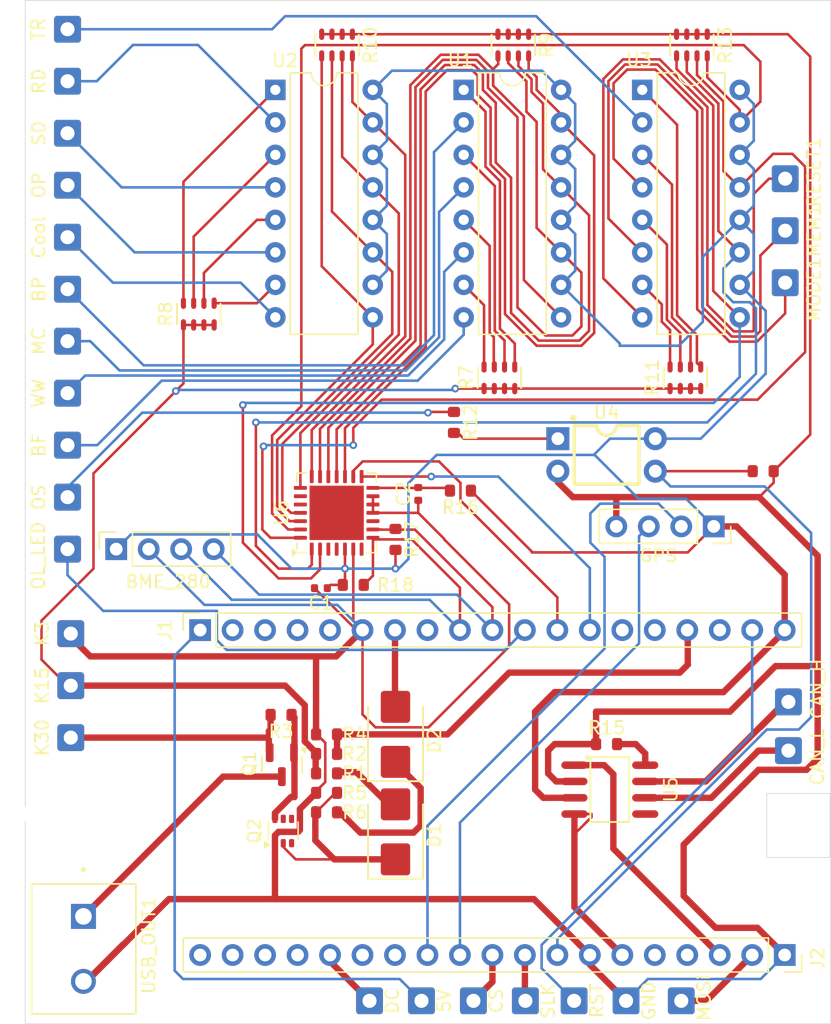
<source format=kicad_pcb>
(kicad_pcb (version 20241229) (generator "pcbnew") (generator_version "9.0")
  (title_block (title "BrakeOut Board") (comment 2 "(c) Norbert Schechner"))
  (layers (0 "F.Cu" signal) (2 "B.Cu" signal) (13 "F.Paste" user) (15 "B.Paste" user) (5 "F.SilkS" user "F.Silkscreen") (7 "B.SilkS" user "B.Silkscreen") (1 "F.Mask" user) (3 "B.Mask" user) (25 "Edge.Cuts" user))
  (net 0 "")
  (net 1 "Net-(5V1-Pin_1)")
  (net 2 "Net-(BF1-Pin_1)")
  (net 3 "Net-(U6-~{RESET})")
  (net 4 "CAN Modul CTX")
  (net 5 "CAN Modul RTX")
  (net 6 "Net-(CS1-Pin_1)")
  (net 7 "Net-(D1-Pad2)")
  (net 8 "Net-(Q2A-B1)")
  (net 9 "Net-(D2-Pad1)")
  (net 10 "Net-(DC1-Pin_1)")
  (net 11 "Net-(R7-Pad8)")
  (net 12 "Net-(R7-Pad5)")
  (net 13 "Net-(R7-Pad6)")
  (net 14 "Net-(R7-Pad7)")
  (net 15 "Net-(R11-Pad6)")
  (net 16 "Net-(R11-Pad5)")
  (net 17 "Net-(R11-Pad8)")
  (net 18 "Net-(R11-Pad7)")
  (net 19 "Net-(R12-Pad2)")
  (net 20 "/Latch_Circuit/12 V out")
  (net 21 "K15")
  (net 22 "/Latch_Circuit/K30")
  (net 23 "VoltMeasurement")
  (net 24 "StayOn")
  (net 25 "GPIO 32 (PIN 7)")
  (net 26 "GPIO 14 (PIN 12)")
  (net 27 "GPIO 27 (PIN 11)")
  (net 28 "GPIO 33 (PIN 8)")
  (net 29 "GPIO 35 (PIN 6)")
  (net 30 "GPIO 13 (PIN 15)")
  (net 31 "3,3 V from ESP")
  (net 32 "GPIO 26 (PIN 10)")
  (net 33 "GPIO 34 (PIN 5)")
  (net 34 "/Optocopler/Coolant")
  (net 35 "/Optocopler/WhiperWater")
  (net 36 "/Optocopler/BrakePads")
  (net 37 "/Optocopler/OilPresure")
  (net 38 "/Optocopler/SlidingDoor")
  (net 39 "GPIO 0 (PIN 25)")
  (net 40 "GPIO 16 (PIN 27)")
  (net 41 "GPIO 17 (PIN 28)")
  (net 42 "/Optocopler/ResetButton")
  (net 43 "/Optocopler/MemoryButton")
  (net 44 "/Optocopler/Trunk")
  (net 45 "/Optocopler/ModeButton")
  (net 46 "GPIO 4 (PIN 26)")
  (net 47 "GPIO 19 (PIN 31)")
  (net 48 "/CAN Modul/CAN_H")
  (net 49 "/CAN Modul/CAN_L")
  (net 50 "PortExpander GPA2")
  (net 51 "/Optocopler/DoorRight")
  (net 52 "Net-(J1-Pin_11)")
  (net 57 "Net-(J1-Pin_18)")
  (net 58 "Net-(J2-Pin_9)")
  (net 63 "Net-(J2-Pin_2)")
  (net 66 "Net-(MC1-Pin_1)")
  (net 67 "Net-(OS1-Pin_1)")
  (net 68 "Net-(Q1-G)")
  (net 69 "Net-(R8-Pad5)")
  (net 70 "Net-(R8-Pad8)")
  (net 71 "Net-(R8-Pad7)")
  (net 72 "Net-(R8-Pad6)")
  (net 73 "Net-(U5-RS)")
  (net 82 "PortExpander GPA0")
  (net 83 "PortExpander GPA5")
  (net 84 "PortExpander GPA1")
  (net 85 "PortExpander GPA3")
  (net 86 "PortExpander GPB1")
  (net 87 "PortExpander GPB0")
  (net 88 "PortExpander GPA4")
  (net 89 "PortExpander GPB4")
  (net 90 "PortExpander GPB3")
  (net 91 "PortExpander GPB5")
  (net 92 "PortExpander GPB2")
  (net 93 "GND")
  (footprint "Package_DIP:DIP-16_W7.62mm" (layer "F.Cu") (at 158.3056 81.6032)
    (property "Reference" "U1")
    (property "Value" "LTV-847")
  )
  (footprint "PCM_JLCPCB:R_0603" (layer "F.Cu") (at 149.6696 120.2972 180)
    (property "Reference" "R18")
    (property "Value" "4,7k")
  )
  (footprint "PCM_JLCPCB:Q_SOT-23" (layer "F.Cu") (at 144.0816 134.3432 -90)
    (property "Reference" "Q1")
    (property "Value" "LBSS84LT1G")
  )
  (footprint "Connector_Wire:SolderWire-0.5sqmm_1x01_D0.9mm_OD2.1mm" (layer "F.Cu") (at 127.3176 109.3752 90)
    (property "Reference" "BF")
    (property "Value" "BrakeFluid" (hide yes))
  )
  (footprint "Connector_Wire:SolderWire-0.5sqmm_1x01_D0.9mm_OD2.1mm" (layer "F.Cu") (at 171.0056 152.8092 180)
    (property "Reference" "GND")
    (property "Value" "TFT_GND" (hide yes))
  )
  (footprint "Custom:PHOENIX_1729128_2x2,54" (layer "F.Cu") (at 124.5126 143.6697 -90)
    (property "Reference" "USB_OUT1")
    (property "Value" "To USB converter" (hide yes))
  )
  (footprint "PCM_JLCPCB:R_0603" (layer "F.Cu") (at 152.9716 116.7412 -90)
    (property "Reference" "R17")
    (property "Value" "4,7k")
  )
  (footprint "PCM_JLCPCB:R_0603x4" (layer "F.Cu") (at 148.3996 78.1032 -90)
    (property "Reference" "R10")
    (property "Value" "10kΩ")
  )
  (footprint "PCM_JLCPCB:R_0603x4" (layer "F.Cu") (at 161.0996 104.1032 90)
    (property "Reference" "R7")
    (property "Value" "4.7kΩ")
  )
  (footprint "Connector_Wire:SolderWire-0.5sqmm_1x01_D0.9mm_OD2.1mm" (layer "F.Cu") (at 127.3176 101.2472 90)
    (property "Reference" "MC")
    (property "Value" "MotorCap" (hide yes))
  )
  (footprint "PCM_JLCPCB:R_0603" (layer "F.Cu") (at 144.0236 130.4572 180)
    (property "Reference" "R3")
    (property "Value" "100kΩ")
  )
  (footprint "Connector_Wire:SolderWire-0.5sqmm_1x01_D0.9mm_OD2.1mm" (layer "F.Cu") (at 150.9396 152.8092)
    (property "Reference" "DC")
    (property "Value" "TFT_DC" (hide yes))
  )
  (footprint "Connector_Wire:SolderWire-0.5sqmm_1x01_D0.9mm_OD2.1mm" (layer "F.Cu") (at 159.0676 152.8092)
    (property "Reference" "CS")
    (property "Value" "TFT_CS" (hide yes))
  )
  (footprint "Package_TO_SOT_SMD:SOT-363_SC-70-6" (layer "F.Cu") (at 144.1936 139.5352 90)
    (property "Reference" "Q2")
    (property "Value" "MMDT3904")
  )
  (footprint "PCM_JLCPCB:R_0603" (layer "F.Cu") (at 147.5796 136.5532)
    (property "Reference" "R5")
    (property "Value" "100kΩ")
  )
  (footprint "Connector_Wire:SolderWire-0.5sqmm_1x01_D0.9mm_OD2.1mm" (layer "F.Cu") (at 183.4516 92.6112 -90)
    (property "Reference" "MEM1")
    (property "Value" "Memory")
  )
  (footprint "PCM_JLCPCB:R_0603x4" (layer "F.Cu") (at 137.5856 99.1272 90)
    (property "Reference" "R8")
    (property "Value" "4.7kΩ")
  )
  (footprint "PCM_JLCPCB:R_0603x4" (layer "F.Cu") (at 176.1556 78.1032 -90)
    (property "Reference" "R13")
    (property "Value" "10kΩ")
  )
  (footprint "Connector_PinSocket_2.54mm:PinSocket_1x19_P2.54mm_Vertical" (layer "F.Cu") (at 183.4118 149.2278 -90)
    (property "Reference" "J2")
    (property "Value" "Conn_01x19_Socket" (hide yes))
  )
  (footprint "PCM_JLCPCB:SOIC-8_L4.9-W3.9-P1.27-LS6.0-BL" (layer "F.Cu") (at 169.7356 136.2992 -90)
    (property "Reference" "U5")
    (property "Value" "SN65HVD230DR")
  )
  (footprint "Connector_Wire:SolderWire-0.5sqmm_1x01_D0.9mm_OD2.1mm" (layer "F.Cu") (at 155.0036 152.8092)
    (property "Reference" "5V")
    (property "Value" "TFT_5V" (hide yes))
  )
  (footprint "MountingHole:MountingHole_3.2mm_M3" (layer "F.Cu") (at 179.6616 142.8032)
    (property "Reference" "Hole_4" (hide yes))
    (property "Value" "MountingHole_3.2mm_M3" (hide yes))
  )
  (footprint "Connector_Wire:SolderWire-0.5sqmm_1x01_D0.9mm_OD2.1mm" (layer "F.Cu") (at 127.3176 105.3112 90)
    (property "Reference" "WW")
    (property "Value" "WhiperWater" (hide yes))
  )
  (footprint "Connector_PinSocket_2.54mm:PinSocket_1x19_P2.54mm_Vertical" (layer "F.Cu") (at 137.6918 123.8278 90)
    (property "Reference" "J1")
    (property "Value" "Conn_01x19_Socket" (hide yes))
  )
  (footprint "Connector_Wire:SolderWire-0.5sqmm_1x01_D0.9mm_OD2.1mm" (layer "F.Cu") (at 127.5716 132.2352 90)
    (property "Reference" "K30")
    (property "Value" "K30")
  )
  (footprint "Connector_Wire:SolderWire-0.5sqmm_1x01_D0.9mm_OD2.1mm" (layer "F.Cu") (at 127.3176 84.9912 90)
    (property "Reference" "SD")
    (property "Value" "Door_S" (hide yes))
  )
  (footprint "PCM_JLCPCB:C_0402" (layer "F.Cu") (at 147.1376 120.5512 180)
    (property "Reference" "C1")
    (property "Value" "100nF")
  )
  (footprint "Connector_PinSocket_2.54mm:PinSocket_1x04_P2.54mm_Vertical" (layer "F.Cu") (at 177.8636 115.7252 -90)
    (property "Reference" "GPS")
    (property "Value" "GPS Modul expansion port")
  )
  (footprint "PCM_JLCPCB:D_SMB" (layer "F.Cu") (at 152.9716 139.6012 90)
    (property "Reference" "D1")
    (property "Value" "S3MB")
  )
  (footprint "Connector_Wire:SolderWire-0.5sqmm_1x01_D0.9mm_OD2.1mm" (layer "F.Cu") (at 183.4516 96.6752 -90)
    (property "Reference" "MODE1")
    (property "Value" "Mode")
  )
  (footprint "PCM_JLCPCB:R_0603" (layer "F.Cu") (at 169.4816 132.7432 180)
    (property "Reference" "R15")
    (property "Value" "10kΩ")
  )
  (footprint "PCM_JLCPCB:R_0603" (layer "F.Cu") (at 147.5796 133.5052)
    (property "Reference" "R2")
    (property "Value" "220kΩ")
  )
  (footprint "Package_DIP:DIP-16_W7.62mm" (layer "F.Cu") (at 172.2731 81.6032)
    (property "Reference" "U3")
    (property "Value" "LTV-847")
  )
  (footprint "MountingHole:MountingHole_3.2mm_M3" (layer "F.Cu") (at 135.7116 111.9032)
    (property "Reference" "Hole_2" (hide yes))
    (property "Value" "MountingHole_3.2mm_M3" (hide yes))
  )
  (footprint "Connector_Wire:SolderWire-0.5sqmm_1x01_D0.9mm_OD2.1mm" (layer "F.Cu") (at 183.7056 133.2512 -90)
    (property "Reference" "CAN_L")
    (property "Value" "Can_L")
  )
  (footprint "Package_DIP:DIP-16_W7.62mm" (layer "F.Cu") (at 143.5736 81.6032)
    (property "Reference" "U2")
    (property "Value" "LTV-847")
  )
  (footprint "Connector_Wire:SolderWire-0.5sqmm_1x01_D0.9mm_OD2.1mm" (layer "F.Cu") (at 127.3176 89.0552 90)
    (property "Reference" "OP")
    (property "Value" "OilPresure" (hide yes))
  )
  (footprint "Connector_Wire:SolderWire-0.5sqmm_1x01_D0.9mm_OD2.1mm" (layer "F.Cu") (at 163.1316 152.8092)
    (property "Reference" "SLK")
    (property "Value" "TFT_SLK" (hide yes))
  )
  (footprint "Connector_PinSocket_2.54mm:PinSocket_1x04_P2.54mm_Vertical" (layer "F.Cu") (at 131.1276 117.5032 90)
    (property "Reference" "BME_280")
    (property "Value" "BME280_conn" (hide yes))
  )
  (footprint "PCM_JLCPCB:R_0603" (layer "F.Cu") (at 147.5796 138.0772)
    (property "Reference" "R6")
    (property "Value" "220Ω")
  )
  (footprint "MountingHole:MountingHole_3.2mm_M3" (layer "F.Cu") (at 125.5116 138.2032)
    (property "Reference" "Hole_1" (hide yes))
    (property "Value" "MountingHole_3.2mm_M3" (hide yes))
  )
  (footprint "Connector_Wire:SolderWire-0.5sqmm_1x01_D0.9mm_OD2.1mm" (layer "F.Cu") (at 183.7056 129.4412 -90)
    (property "Reference" "CAN_H")
    (property "Value" "Can_H")
  )
  (footprint "PCM_JLCPCB:R_0603" (layer "F.Cu") (at 147.5796 135.0292)
    (property "Reference" "R1")
    (property "Value" "10kΩ")
  )
  (footprint "PCM_JLCPCB:R_0603" (layer "F.Cu") (at 157.5436 107.5972 -90)
    (property "Reference" "R12")
    (property "Value" "4.7kΩ")
  )
  (footprint "Connector_Wire:SolderWire-0.5sqmm_1x01_D0.9mm_OD2.1mm" (layer "F.Cu") (at 127.3176 80.9272 90)
    (property "Reference" "RD")
    (property "Value" "Door_R" (hide yes))
  )
  (footprint "MountingHole:MountingHole_3.2mm_M3" (layer "F.Cu") (at 135.2116 82.1032)
    (property "Reference" "Hole_3" (hide yes))
    (property "Value" "MountingHole_3.2mm_M3" (hide yes))
  )
  (footprint "Connector_Wire:SolderWire-0.5sqmm_1x01_D0.9mm_OD2.1mm" (layer "F.Cu") (at 127.3176 97.1832 90)
    (property "Reference" "BP")
    (property "Value" "BrakePads" (hide yes))
  )
  (footprint "Connector_Wire:SolderWire-0.5sqmm_1x01_D0.9mm_OD2.1mm" (layer "F.Cu") (at 127.5716 128.1712 90)
    (property "Reference" "K15")
    (property "Value" "K15")
  )
  (footprint "Connector_Wire:SolderWire-0.5sqmm_1x01_D0.9mm_OD2.1mm" (layer "F.Cu") (at 127.3176 117.5032 90)
    (property "Reference" "OL_LED")
    (property "Value" "O_Lev_LED" (hide yes))
  )
  (footprint "JLCPCB:DIP-4_L6.5-W4.6-P2.54-LS7.6-BL-1" (layer "F.Cu") (at 169.4816 110.1372 -90)
    (property "Reference" "U4")
    (property "Value" "EL817(B)-F")
  )
  (footprint "PCM_JLCPCB:C_0402" (layer "F.Cu") (at 154.7496 113.1852 90)
    (property "Reference" "C2")
    (property "Value" "100nF")
  )
  (footprint "PCM_JLCPCB:D_SMB" (layer "F.Cu") (at 152.9716 131.9812 90)
    (property "Reference" "D2")
    (property "Value" "S3MB")
  )
  (footprint "PCM_JLCPCB:R_0603" (layer "F.Cu") (at 181.7316 111.4072 180)
    (property "Reference" "R14" (hide yes))
    (property "Value" "10kΩ")
  )
  (footprint "Connector_Wire:SolderWire-0.5sqmm_1x01_D0.9mm_OD2.1mm" (layer "F.Cu") (at 166.9416 152.8092 180)
    (property "Reference" "RST")
    (property "Value" "TFT_RST" (hide yes))
  )
  (footprint "PCM_JLCPCB:R_0603" (layer "F.Cu") (at 158.0516 112.9312 180)
    (property "Reference" "R16")
    (property "Value" "10kΩ")
  )
  (footprint "Connector_Wire:SolderWire-0.5sqmm_1x01_D0.9mm_OD2.1mm" (layer "F.Cu") (at 127.3176 113.4392 90)
    (property "Reference" "OS")
    (property "Value" "oilSensor" (hide yes))
  )
  (footprint "Package_DFN_QFN:QFN-28-1EP_6x6mm_P0.65mm_EP4.25x4.25mm" (layer "F.Cu") (at 148.3696 114.6657 90)
    (property "Reference" "U6")
    (property "Value" "MCP23017_ML")
  )
  (footprint "Connector_Wire:SolderWire-0.5sqmm_1x01_D0.9mm_OD2.1mm" (layer "F.Cu") (at 127.3176 93.1192 90)
    (property "Reference" "Cool")
    (property "Value" "Coolant" (hide yes))
  )
  (footprint "Connector_Wire:SolderWire-0.5sqmm_1x01_D0.9mm_OD2.1mm" (layer "F.Cu") (at 175.3236 152.8092)
    (property "Reference" "MOSi")
    (property "Value" "TFT_MOSI" (hide yes))
  )
  (footprint "PCM_JLCPCB:R_0603x4" (layer "F.Cu") (at 162.1856 78.1032 -90)
    (property "Reference" "R9")
    (property "Value" "10kΩ")
  )
  (footprint "Connector_Wire:SolderWire-0.5sqmm_1x01_D0.9mm_OD2.1mm" (layer "F.Cu") (at 183.4516 88.5472 -90)
    (property "Reference" "RESET1")
    (property "Value" "Reset")
  )
  (footprint "PCM_JLCPCB:R_0603x4" (layer "F.Cu") (at 175.6476 104.1032 90)
    (property "Reference" "R11")
    (property "Value" "4.7kΩ")
  )
  (footprint "Connector_Wire:SolderWire-0.5sqmm_1x01_D0.9mm_OD2.1mm" (layer "F.Cu") (at 127.3176 76.8632 -90)
    (property "Reference" "TR")
    (property "Value" "Trunk" (hide yes))
  )
  (footprint "Connector_Wire:SolderWire-0.5sqmm_1x01_D0.9mm_OD2.1mm" (layer "F.Cu") (at 127.5716 124.1072 90)
    (property "Reference" "K3")
    (property "Value" "K31")
  )
  (footprint "PCM_JLCPCB:R_0603" (layer "F.Cu") (at 147.5796 131.9812 180)
    (property "Reference" "R4")
    (property "Value" "33kΩ")
  )
  (gr_rect (start 124.0116 74.6032) (end 187.0116 154.6032) (stroke (width 0.05)) (fill no) (layer "Edge.Cuts"))
  (gr_rect (start 182.0116 136.6032) (end 186.9616 141.6032) (stroke (width 0.05)) (fill no) (layer "Edge.Cuts"))
  (segment (start 153.2976 151.1032) (end 136.353946 151.1032) (width 0.2) (layer "B.Cu") (net 1))
  (segment (start 135.6996 125.82) (end 137.6918 123.8278) (width 0.2) (layer "B.Cu") (net 1))
  (segment (start 155.0036 152.8092) (end 153.2976 151.1032) (width 0.2) (layer "B.Cu") (net 1))
  (segment (start 136.353946 151.1032) (end 135.6996 150.448854) (width 0.2) (layer "B.Cu") (net 1))
  (segment (start 135.6996 150.448854) (end 135.6996 125.82) (width 0.2) (layer "B.Cu") (net 1))
  (segment (start 129.6416 109.3752) (end 134.6836 104.3332) (width 0.2) (layer "B.Cu") (net 2))
  (segment (start 154.7108 104.3332) (end 158.3056 100.7384) (width 0.2) (layer "B.Cu") (net 2))
  (segment (start 127.3176 109.3752) (end 129.6416 109.3752) (width 0.2) (layer "B.Cu") (net 2))
  (segment (start 158.3056 100.7384) (end 158.3056 99.3832) (width 0.2) (layer "B.Cu") (net 2))
  (segment (start 134.6836 104.3332) (end 154.7108 104.3332) (width 0.2) (layer "B.Cu") (net 2))
  (segment (start 151.2071 112.7157) (end 157.0161 112.7157) (width 0.2) (layer "F.Cu") (net 3))
  (segment (start 166.966 134.389) (end 169.2974 134.389) (width 0.5) (layer "F.Cu") (net 4))
  (segment (start 169.2974 134.389) (end 170.0116 135.1032) (width 0.5) (layer "F.Cu") (net 4))
  (segment (start 170.0116 135.1032) (end 170.0116 140.9076) (width 0.5) (layer "F.Cu") (net 4))
  (segment (start 170.0116 140.9076) (end 178.3318 149.2278) (width 0.5) (layer "F.Cu") (net 4))
  (segment (start 167.752 138.996) (end 167.753 138.996) (width 0.2) (layer "F.Cu") (net 5))
  (segment (start 166.966 138.209) (end 168.292 138.209) (width 0.2) (layer "F.Cu") (net 5))
  (segment (start 166.966 139.783) (end 166.966 145.482) (width 0.5) (layer "F.Cu") (net 5))
  (segment (start 166.966 139.783) (end 167.752 138.996) (width 0.2) (layer "F.Cu") (net 5))
  (segment (start 168.0281 138.7206) (end 168.292 138.456) (width 0.2) (layer "F.Cu") (net 5))
  (segment (start 166.966 138.209) (end 166.966 139.783) (width 0.5) (layer "F.Cu") (net 5))
  (segment (start 167.753 138.996) (end 167.915 138.834) (width 0.2) (layer "F.Cu") (net 5))
  (segment (start 168.0281 138.7206) (end 168.2923 138.4564) (width 0.2) (layer "F.Cu") (net 5))
  (segment (start 168.292 138.456) (end 168.292 138.209) (width 0.2) (layer "F.Cu") (net 5))
  (segment (start 168.2923 138.4564) (end 168.2923 138.2092) (width 0.2) (layer "F.Cu") (net 5))
  (segment (start 167.752 138.996) (end 168.292 138.456) (width 0.2) (layer "F.Cu") (net 5))
  (segment (start 166.966 145.482) (end 170.7118 149.2278) (width 0.5) (layer "F.Cu") (net 5))
  (segment (start 167.915 138.834) (end 168.0281 138.7206) (width 0.2) (layer "F.Cu") (net 5))
  (segment (start 166.9656 138.2092) (end 168.2923 138.2092) (width 0.2) (layer "F.Cu") (net 5))
  (segment (start 160.181 151.696) (end 159.81 152.067) (width 0.5) (layer "F.Cu") (net 6))
  (segment (start 160.552 150.276) (end 160.552 149.752) (width 0.2) (layer "F.Cu") (net 6))
  (segment (start 160.552 149.752) (end 160.552 150.276) (width 0.5) (layer "F.Cu") (net 6))
  (segment (start 160.552 151.325) (end 160.181 151.696) (width 0.5) (layer "F.Cu") (net 6))
  (segment (start 160.552 150.276) (end 160.552 151.325) (width 0.5) (layer "F.Cu") (net 6))
  (segment (start 160.181 151.696) (end 159.81 152.067) (width 0.2) (layer "F.Cu") (net 6))
  (segment (start 152.331 137.359) (end 149.909 134.937) (width 0.5) (layer "F.Cu") (net 7))
  (segment (start 149.909 134.937) (end 148.492 134.937) (width 0.5) (layer "F.Cu") (net 7))
  (segment (start 148.045 136.782) (end 148.132 136.695) (width 0.2) (layer "F.Cu") (net 8))
  (segment (start 148.1822 141.7512) (end 152.9716 141.7512) (width 0.5) (layer "F.Cu") (net 8))
  (segment (start 144.194 140.741) (end 144.194 140.742) (width 0.2) (layer "F.Cu") (net 8))
  (segment (start 148.045 136.782) (end 148.171 136.782) (width 0.2) (layer "F.Cu") (net 8))
  (segment (start 146.702 139.052) (end 146.702 138.442) (width 0.5) (layer "F.Cu") (net 8))
  (segment (start 146.702 139.052) (end 146.76 138.994) (width 0.2) (layer "F.Cu") (net 8))
  (segment (start 146.702 140.271) (end 146.702 139.052) (width 0.5) (layer "F.Cu") (net 8))
  (segment (start 146.76 138.994) (end 146.76 138.447) (width 0.2) (layer "F.Cu") (net 8))
  (segment (start 145.072901 141.657899) (end 145.074 141.659) (width 0.2) (layer "F.Cu") (net 8))
  (segment (start 145.072901 141.657899) (end 145.166202 141.7512) (width 0.2) (layer "F.Cu") (net 8))
  (segment (start 146.702 138.442) (end 146.702 137.832) (width 0.5) (layer "F.Cu") (net 8))
  (segment (start 145.166202 141.7512) (end 148.1822 141.7512) (width 0.2) (layer "F.Cu") (net 8))
  (segment (start 144.194 140.741) (end 144.194 140.705) (width 0.2) (layer "F.Cu") (net 8))
  (segment (start 144.194 140.778) (end 145.072901 141.657899) (width 0.2) (layer "F.Cu") (net 8))
  (segment (start 146.702 140.271) (end 148.1822 141.7512) (width 0.5) (layer "F.Cu") (net 8))
  (segment (start 144.194 140.742) (end 144.194 140.778) (width 0.2) (layer "F.Cu") (net 8))
  (segment (start 148.045 136.782) (end 146.76 138.067) (width 0.2) (layer "F.Cu") (net 8))
  (segment (start 154.938 136.172) (end 152.972 134.206) (width 0.5) (layer "F.Cu") (net 9))
  (segment (start 148.852 138.289) (end 149.31 138.746) (width 0.5) (layer "F.Cu") (net 9))
  (segment (start 154.38 139.661) (end 154.938 139.102) (width 0.5) (layer "F.Cu") (net 9))
  (segment (start 148.395 137.832) (end 148.852 138.289) (width 0.5) (layer "F.Cu") (net 9))
  (segment (start 148.852 138.289) (end 148.611 138.289) (width 0.2) (layer "F.Cu") (net 9))
  (segment (start 150.224 139.661) (end 154.38 139.661) (width 0.5) (layer "F.Cu") (net 9))
  (segment (start 149.069 138.746) (end 148.734 138.412) (width 0.2) (layer "F.Cu") (net 9))
  (segment (start 154.938 139.102) (end 154.938 136.172) (width 0.5) (layer "F.Cu") (net 9))
  (segment (start 149.31 138.746) (end 150.224 139.661) (width 0.5) (layer "F.Cu") (net 9))
  (segment (start 149.31 138.746) (end 149.069 138.746) (width 0.2) (layer "F.Cu") (net 9))
  (segment (start 147.852 149.721) (end 150.9396 152.8086) (width 0.5) (layer "F.Cu") (net 10))
  (segment (start 159.8996 103.2532) (end 159.8996 98.4372) (width 0.2) (layer "F.Cu") (net 11))
  (segment (start 159.8996 98.4372) (end 158.3056 96.8432) (width 0.2) (layer "F.Cu") (net 11))
  (segment (start 162.2996 103.2532) (end 162.2996 101.4312) (width 0.2) (layer "F.Cu") (net 12))
  (segment (start 161.1376 88.7292) (end 160.0116 87.6032) (width 0.2) (layer "F.Cu") (net 12))
  (segment (start 161.1376 100.2692) (end 161.1376 88.7292) (width 0.2) (layer "F.Cu") (net 12))
  (segment (start 160.0116 87.6032) (end 160.0116 83.3092) (width 0.2) (layer "F.Cu") (net 12))
  (segment (start 162.2996 101.4312) (end 161.1376 100.2692) (width 0.2) (layer "F.Cu") (net 12))
  (segment (start 160.0116 83.3092) (end 158.3056 81.6032) (width 0.2) (layer "F.Cu") (net 12))
  (segment (start 160.7376 100.434886) (end 160.7376 89.1152) (width 0.2) (layer "F.Cu") (net 13))
  (segment (start 161.4996 101.196886) (end 160.7376 100.434886) (width 0.2) (layer "F.Cu") (net 13))
  (segment (start 160.7376 89.1152) (end 158.3056 86.6832) (width 0.2) (layer "F.Cu") (net 13))
  (segment (start 161.4996 103.2532) (end 161.4996 101.196886) (width 0.2) (layer "F.Cu") (net 13))
  (segment (start 160.3376 100.600572) (end 160.3376 93.7952) (width 0.2) (layer "F.Cu") (net 14))
  (segment (start 160.6586 103.2122) (end 160.6586 100.921572) (width 0.2) (layer "F.Cu") (net 14))
  (segment (start 160.6586 100.921572) (end 160.3376 100.600572) (width 0.2) (layer "F.Cu") (net 14))
  (segment (start 160.3376 93.7952) (end 158.3056 91.7632) (width 0.2) (layer "F.Cu") (net 14))
  (segment (start 174.5996 89.0097) (end 172.2731 86.6832) (width 0.2) (layer "F.Cu") (net 15))
  (segment (start 174.5996 99.391828) (end 174.5996 89.0097) (width 0.2) (layer "F.Cu") (net 15))
  (segment (start 176.0476 100.839828) (end 174.5996 99.391828) (width 0.2) (layer "F.Cu") (net 15))
  (segment (start 176.0476 103.2532) (end 176.0476 100.839828) (width 0.2) (layer "F.Cu") (net 15))
  (segment (start 174.9996 84.3297) (end 172.2731 81.6032) (width 0.2) (layer "F.Cu") (net 16))
  (segment (start 176.8476 103.2532) (end 176.5476 102.9532) (width 0.2) (layer "F.Cu") (net 16))
  (segment (start 176.5476 100.774142) (end 174.9996 99.226142) (width 0.2) (layer "F.Cu") (net 16))
  (segment (start 176.5476 102.9532) (end 176.5476 100.774142) (width 0.2) (layer "F.Cu") (net 16))
  (segment (start 174.9996 99.226142) (end 174.9996 84.3297) (width 0.2) (layer "F.Cu") (net 16))
  (segment (start 173.7996 98.3697) (end 172.2731 96.8432) (width 0.2) (layer "F.Cu") (net 17))
  (segment (start 174.4476 100.3712) (end 173.7996 99.7232) (width 0.2) (layer "F.Cu") (net 17))
  (segment (start 174.4476 103.2532) (end 174.4476 100.3712) (width 0.2) (layer "F.Cu") (net 17))
  (segment (start 173.7996 99.7232) (end 173.7996 98.3697) (width 0.2) (layer "F.Cu") (net 17))
  (segment (start 175.2476 103.2532) (end 175.2476 100.605514) (width 0.2) (layer "F.Cu") (net 18))
  (segment (start 175.2476 100.605514) (end 174.1996 99.557514) (width 0.2) (layer "F.Cu") (net 18))
  (segment (start 174.1996 99.557514) (end 174.1996 93.6897) (width 0.2) (layer "F.Cu") (net 18))
  (segment (start 174.1996 93.6897) (end 172.2731 91.7632) (width 0.2) (layer "F.Cu") (net 18))
  (segment (start 158.3056 108.8672) (end 157.8556 108.4172) (width 0.2) (layer "F.Cu") (net 19))
  (segment (start 158.3056 108.8672) (end 165.6716 108.8672) (width 0.2) (layer "F.Cu") (net 19))
  (segment (start 139.4891 135.2832) (end 128.5626 146.2097) (width 0.5) (layer "F.Cu") (net 20))
  (segment (start 144.0816 135.2832) (end 139.4891 135.2832) (width 0.5) (layer "F.Cu") (net 20))
  (segment (start 129.3496 111.5856) (end 129.3496 119.0272) (width 0.2) (layer "F.Cu") (net 21))
  (segment (start 159.8996 104.9532) (end 176.8476 104.9532) (width 0.2) (layer "F.Cu") (net 21))
  (segment (start 157.6476 104.9532) (end 159.8996 104.9532) (width 0.2) (layer "F.Cu") (net 21))
  (segment (start 135.7888 105.1464) (end 136.3856 104.5496) (width 0.2) (layer "F.Cu") (net 21))
  (segment (start 129.3496 119.0272) (end 125.2856 123.0912) (width 0.2) (layer "F.Cu") (net 21))
  (segment (start 145.877 132.537) (end 145.877 129.701) (width 0.5) (layer "F.Cu") (net 21))
  (segment (start 136.3856 99.9772) (end 138.7856 99.9772) (width 0.2) (layer "F.Cu") (net 21))
  (segment (start 125.2856 126.1386) (end 127.3179 128.1709) (width 0.2) (layer "F.Cu") (net 21))
  (segment (start 136.3856 104.5496) (end 136.3856 99.9772) (width 0.2) (layer "F.Cu") (net 21))
  (segment (start 135.7888 105.1464) (end 129.3496 111.5856) (width 0.2) (layer "F.Cu") (net 21))
  (segment (start 146.727 133.505) (end 146.727 134.136) (width 0.5) (layer "F.Cu") (net 21))
  (segment (start 145.877 129.701) (end 144.347 128.171) (width 0.5) (layer "F.Cu") (net 21))
  (segment (start 144.347 128.171) (end 127.318 128.171) (width 0.5) (layer "F.Cu") (net 21))
  (segment (start 145.877 132.537) (end 146.727 133.387) (width 0.5) (layer "F.Cu") (net 21))
  (segment (start 146.727 134.136) (end 146.76 134.104) (width 0.2) (layer "F.Cu") (net 21))
  (segment (start 125.2856 123.0912) (end 125.2856 126.1386) (width 0.2) (layer "F.Cu") (net 21))
  (segment (start 146.76 134.104) (end 146.76 133.804) (width 0.2) (layer "F.Cu") (net 21))
  (segment (start 146.727 134.136) (end 146.727 134.886) (width 0.5) (layer "F.Cu") (net 21))
  (via (at 135.7888 105.1464) (size 0.6) (drill 0.3) (layers "F.Cu" "B.Cu") (net 21))
  (via (at 157.6476 104.9532) (size 0.6) (drill 0.3) (layers "F.Cu" "B.Cu") (net 21))
  (segment (start 157.5436 105.0572) (end 157.6476 104.9532) (width 0.2) (layer "B.Cu") (net 21))
  (segment (start 135.7888 105.1464) (end 135.878 105.0572) (width 0.2) (layer "B.Cu") (net 21))
  (segment (start 135.878 105.0572) (end 157.5436 105.0572) (width 0.2) (layer "B.Cu") (net 21))
  (segment (start 143.0656 131.7272) (end 143.2036 131.5892) (width 0.5) (layer "F.Cu") (net 22))
  (segment (start 143.0656 133.3372) (end 143.1316 133.4032) (width 0.5) (layer "F.Cu") (net 22))
  (segment (start 143.0656 132.2352) (end 143.0656 133.3372) (width 0.5) (layer "F.Cu") (net 22))
  (segment (start 143.0656 132.2352) (end 143.0656 131.7272) (width 0.5) (layer "F.Cu") (net 22))
  (segment (start 127.3176 132.2352) (end 143.0656 132.2352) (width 0.5) (layer "F.Cu") (net 22))
  (segment (start 143.2036 131.5892) (end 143.2036 130.4572) (width 0.5) (layer "F.Cu") (net 22))
  (segment (start 175.843 126.52) (end 175.832 126.51) (width 0.5) (layer "F.Cu") (net 23))
  (segment (start 175.208 127.155) (end 175.843 126.52) (width 0.5) (layer "F.Cu") (net 23))
  (segment (start 148.3996 133.5052) (end 148.3996 131.9812) (width 0.5) (layer "F.Cu") (net 23))
  (segment (start 148.3996 131.9812) (end 157.0358 131.9812) (width 0.5) (layer "F.Cu") (net 23))
  (segment (start 157.0358 131.9812) (end 161.862 127.155) (width 0.5) (layer "F.Cu") (net 23))
  (segment (start 175.832 126.51) (end 175.832 123.828) (width 0.5) (layer "F.Cu") (net 23))
  (segment (start 161.862 127.155) (end 175.208 127.155) (width 0.5) (layer "F.Cu") (net 23))
  (segment (start 152.9318 123.8278) (end 152.9318 129.7914) (width 0.5) (layer "F.Cu") (net 24))
  (segment (start 155.7656 111.828) (end 150.32 111.828) (width 0.2) (layer "F.Cu") (net 25))
  (via (at 155.7656 111.828) (size 0.6) (drill 0.3) (layers "F.Cu" "B.Cu") (net 25))
  (segment (start 168.1718 123.8278) (end 168.1718 118.9874) (width 0.2) (layer "B.Cu") (net 25))
  (segment (start 168.1718 118.9874) (end 161.0124 111.828) (width 0.2) (layer "B.Cu") (net 25))
  (segment (start 161.0124 111.828) (end 155.7656 111.828) (width 0.2) (layer "B.Cu") (net 25))
  (segment (start 150.4896 120.2972) (end 151.2071 119.5797) (width 0.2) (layer "F.Cu") (net 27))
  (segment (start 151.3332 116.7412) (end 154.2416 116.7412) (width 0.2) (layer "F.Cu") (net 27))
  (segment (start 158.012 120.5116) (end 158.012 123.42) (width 0.2) (layer "F.Cu") (net 27))
  (segment (start 151.208 116.616) (end 151.3332 116.7412) (width 0.2) (layer "F.Cu") (net 27))
  (segment (start 154.2416 116.7412) (end 158.012 120.5116) (width 0.2) (layer "F.Cu") (net 27))
  (segment (start 151.2071 119.5797) (end 151.2071 116.6157) (width 0.2) (layer "F.Cu") (net 27))
  (segment (start 155.6432 121.4592) (end 158.0118 123.8278) (width 0.2) (layer "B.Cu") (net 27))
  (segment (start 140.1636 121.4592) (end 155.6432 121.4592) (width 0.2) (layer "B.Cu") (net 27))
  (segment (start 136.2076 117.5032) (end 140.1636 121.4592) (width 0.2) (layer "B.Cu") (net 27))
  (segment (start 150.4058 110.6452) (end 156.373248 110.6452) (width 0.2) (layer "F.Cu") (net 28))
  (segment (start 156.373248 110.6452) (end 158.0516 112.323552) (width 0.2) (layer "F.Cu") (net 28))
  (segment (start 149.67 111.381) (end 150.4058 110.6452) (width 0.2) (layer "F.Cu") (net 28))
  (segment (start 158.0516 113.6932) (end 165.6318 121.2734) (width 0.2) (layer "F.Cu") (net 28))
  (segment (start 149.67 111.492) (end 149.67 111.381) (width 0.2) (layer "F.Cu") (net 28))
  (segment (start 165.6318 121.2734) (end 165.6318 123.8278) (width 0.2) (layer "F.Cu") (net 28))
  (segment (start 158.0516 112.323552) (end 158.0516 113.6932) (width 0.2) (layer "F.Cu") (net 28))
  (segment (start 166.965 136.939) (end 164.534 136.939) (width 0.5) (layer "F.Cu") (net 31))
  (segment (start 163.6396 117.6992) (end 158.8716 112.9312) (width 0.2) (layer "F.Cu") (net 31))
  (segment (start 165.418 128.679) (end 178.626 128.679) (width 0.5) (layer "F.Cu") (net 31))
  (segment (start 147.8916 120.2972) (end 147.6376 120.5512) (width 0.2) (layer "F.Cu") (net 31))
  (segment (start 163.894 130.203) (end 165.418 128.679) (width 0.5) (layer "F.Cu") (net 31))
  (segment (start 175.8316 117.7572) (end 177.8636 115.7252) (width 0.2) (layer "F.Cu") (net 31))
  (segment (start 178.626 128.679) (end 183.412 123.893) (width 0.5) (layer "F.Cu") (net 31))
  (segment (start 152.9716 117.5612) (end 152.9716 119.0272) (width 0.2) (layer "F.Cu") (net 31))
  (segment (start 183.4118 119.4954) (end 183.4118 123.8278) (width 0.5) (layer "F.Cu") (net 31))
  (segment (start 164.534 136.939) (end 163.894 136.299) (width 0.5) (layer "F.Cu") (net 31))
  (segment (start 163.6396 117.7572) (end 163.6396 117.6992) (width 0.2) (layer "F.Cu") (net 31))
  (segment (start 149.0196 117.5032) (end 149.0196 120.1272) (width 0.2) (layer "F.Cu") (net 31))
  (segment (start 148.8496 120.2972) (end 147.8916 120.2972) (width 0.2) (layer "F.Cu") (net 31))
  (segment (start 163.6396 117.7572) (end 175.8316 117.7572) (width 0.2) (layer "F.Cu") (net 31))
  (segment (start 177.8636 115.7252) (end 179.6416 115.7252) (width 0.5) (layer "F.Cu") (net 31))
  (segment (start 179.6416 115.7252) (end 183.4118 119.4954) (width 0.5) (layer "F.Cu") (net 31))
  (segment (start 163.894 136.299) (end 163.894 130.203) (width 0.5) (layer "F.Cu") (net 31))
  (via (at 149.0196 119.0272) (size 0.6) (drill 0.3) (layers "F.Cu" "B.Cu") (net 31))
  (via (at 152.9716 119.0272) (size 0.6) (drill 0.3) (layers "F.Cu" "B.Cu") (net 31))
  (segment (start 179.8931 91.7632) (end 180.9931 92.8632) (width 0.2) (layer "B.Cu") (net 31))
  (segment (start 152.2936 90.6632) (end 151.1936 91.7632) (width 0.2) (layer "B.Cu") (net 31))
  (segment (start 153.9876 112.336671) (end 156.187071 110.1372) (width 0.2) (layer "B.Cu") (net 31))
  (segment (start 151.1936 86.6832) (end 152.2936 87.7832) (width 0.2) (layer "B.Cu") (net 31))
  (segment (start 152.6936 80.1032) (end 164.4256 80.1032) (width 0.2) (layer "B.Cu") (net 31))
  (segment (start 152.2936 95.7432) (end 151.1936 96.8432) (width 0.2) (layer "B.Cu") (net 31))
  (segment (start 168.5456 110.1372) (end 171.9556 113.5472) (width 0.2) (layer "B.Cu") (net 31))
  (segment (start 170.5116 101.4292) (end 170.5116 101.6032) (width 0.2) (layer "B.Cu") (net 31))
  (segment (start 152.2936 87.7832) (end 152.2936 90.6632) (width 0.2) (layer "B.Cu") (net 31))
  (segment (start 179.8931 96.8432) (end 181.9276 98.8777) (width 0.2) (layer "B.Cu") (net 31))
  (segment (start 179.8931 81.6032) (end 180.9931 82.7032) (width 0.2) (layer "B.Cu") (net 31))
  (segment (start 180.9931 85.5832) (end 179.8931 86.6832) (width 0.2) (layer "B.Cu") (net 31))
  (segment (start 180.9931 92.8632) (end 180.9931 95.7432) (width 0.2) (layer "B.Cu") (net 31))
  (segment (start 179.8931 86.6832) (end 180.9931 87.7832) (width 0.2) (layer "B.Cu") (net 31))
  (segment (start 181.9276 98.8777) (end 181.9276 103.7872) (width 0.2) (layer "B.Cu") (net 31))
  (segment (start 176.8476 108.8672) (end 173.2916 108.8672) (width 0.2) (layer "B.Cu") (net 31))
  (segment (start 165.9256 86.6832) (end 167.0256 87.7832) (width 0.2) (layer "B.Cu") (net 31))
  (segment (start 165.9256 91.7632) (end 167.0256 92.8632) (width 0.2) (layer "B.Cu") (net 31))
  (segment (start 151.1936 81.6032) (end 152.2936 82.7032) (width 0.2) (layer "B.Cu") (net 31))
  (segment (start 131.1276 117.5032) (end 132.2776 116.3532) (width 0.2) (layer "B.Cu") (net 31))
  (segment (start 168.4776 110.1372) (end 169.7476 108.8672) (width 0.2) (layer "B.Cu") (net 31))
  (segment (start 153.2256 119.0272) (end 153.9876 118.2652) (width 0.2) (layer "B.Cu") (net 31))
  (segment (start 156.187071 110.1372) (end 168.4776 110.1372) (width 0.2) (layer "B.Cu") (net 31))
  (segment (start 168.4776 110.1372) (end 168.5456 110.1372) (width 0.2) (layer "B.Cu") (net 31))
  (segment (start 142.1696 116.3532) (end 144.8436 119.0272) (width 0.2) (layer "B.Cu") (net 31))
  (segment (start 152.2936 82.7032) (end 152.2936 85.5832) (width 0.2) (layer "B.Cu") (net 31))
  (segment (start 177.0116 99.7247) (end 177.0116 94.6032) (width 0.2) (layer "B.Cu") (net 31))
  (segment (start 171.9556 113.5472) (end 175.6856 113.5472) (width 0.2) (layer "B.Cu") (net 31))
  (segment (start 165.9256 81.6032) (end 167.0256 82.7032) (width 0.2) (layer "B.Cu") (net 31))
  (segment (start 132.2776 116.3532) (end 142.1696 116.3532) (width 0.2) (layer "B.Cu") (net 31))
  (segment (start 167.0256 90.6632) (end 165.9256 91.7632) (width 0.2) (layer "B.Cu") (net 31))
  (segment (start 164.4256 80.1032) (end 165.9256 81.6032) (width 0.2) (layer "B.Cu") (net 31))
  (segment (start 144.8436 119.0272) (end 149.0196 119.0272) (width 0.2) (layer "B.Cu") (net 31))
  (segment (start 181.9276 103.7872) (end 176.8476 108.8672) (width 0.2) (layer "B.Cu") (net 31))
  (segment (start 167.0256 87.7832) (end 167.0256 90.6632) (width 0.2) (layer "B.Cu") (net 31))
  (segment (start 170.5116 101.6032) (end 175.1331 101.6032) (width 0.2) (layer "B.Cu") (net 31))
  (segment (start 180.9931 95.7432) (end 179.8931 96.8432) (width 0.2) (layer "B.Cu") (net 31))
  (segment (start 177.0116 94.6032) (end 177.0531 94.6032) (width 0.2) (layer "B.Cu") (net 31))
  (segment (start 177.0531 94.6032) (end 179.8931 91.7632) (width 0.2) (layer "B.Cu") (net 31))
  (segment (start 151.1936 91.7632) (end 152.2936 92.8632) (width 0.2) (layer "B.Cu") (net 31))
  (segment (start 167.0256 82.7032) (end 167.0256 85.5832) (width 0.2) (layer "B.Cu") (net 31))
  (segment (start 152.2936 92.8632) (end 152.2936 95.7432) (width 0.2) (layer "B.Cu") (net 31))
  (segment (start 152.2936 85.5832) (end 151.1936 86.6832) (width 0.2) (layer "B.Cu") (net 31))
  (segment (start 165.9256 96.8432) (end 170.5116 101.4292) (width 0.2) (layer "B.Cu") (net 31))
  (segment (start 175.6856 113.5472) (end 177.8636 115.7252) (width 0.2) (layer "B.Cu") (net 31))
  (segment (start 167.0256 95.7432) (end 165.9256 96.8432) (width 0.2) (layer "B.Cu") (net 31))
  (segment (start 180.9931 90.6632) (end 179.8931 91.7632) (width 0.2) (layer "B.Cu") (net 31))
  (segment (start 149.0196 119.0272) (end 153.2256 119.0272) (width 0.2) (layer "B.Cu") (net 31))
  (segment (start 175.1331 101.6032) (end 177.0116 99.7247) (width 0.2) (layer "B.Cu") (net 31))
  (segment (start 153.9876 118.2652) (end 153.9876 112.336671) (width 0.2) (layer "B.Cu") (net 31))
  (segment (start 180.9931 82.7032) (end 180.9931 85.5832) (width 0.2) (layer "B.Cu") (net 31))
  (segment (start 167.0256 85.5832) (end 165.9256 86.6832) (width 0.2) (layer "B.Cu") (net 31))
  (segment (start 151.1936 81.6032) (end 152.6936 80.1032) (width 0.2) (layer "B.Cu") (net 31))
  (segment (start 180.9931 87.7832) (end 180.9931 90.6632) (width 0.2) (layer "B.Cu") (net 31))
  (segment (start 167.0256 92.8632) (end 167.0256 95.7432) (width 0.2) (layer "B.Cu") (net 31))
  (segment (start 169.7476 108.8672) (end 173.2916 108.8672) (width 0.2) (layer "B.Cu") (net 31))
  (segment (start 151.8412 115.9792) (end 151.828 115.966) (width 0.2) (layer "F.Cu") (net 32))
  (segment (start 160.5516 123.828) (end 160.5516 122.0352) (width 0.2) (layer "F.Cu") (net 32))
  (segment (start 154.4956 115.9792) (end 151.8412 115.9792) (width 0.2) (layer "F.Cu") (net 32))
  (segment (start 160.5516 122.0352) (end 154.4956 115.9792) (width 0.2) (layer "F.Cu") (net 32))
  (segment (start 151.828 115.966) (end 151.2074 115.966) (width 0.2) (layer "F.Cu") (net 32))
  (segment (start 142.3036 121.0592) (end 157.7832 121.0592) (width 0.2) (layer "B.Cu") (net 32))
  (segment (start 138.7476 117.5032) (end 142.3036 121.0592) (width 0.2) (layer "B.Cu") (net 32))
  (segment (start 157.7832 121.0592) (end 160.5518 123.8278) (width 0.2) (layer "B.Cu") (net 32))
  (segment (start 130.8736 96.6752) (end 140.8656 96.6752) (width 0.2) (layer "B.Cu") (net 34))
  (segment (start 127.3176 93.1192) (end 130.8736 96.6752) (width 0.2) (layer "B.Cu") (net 34))
  (segment (start 140.8656 96.6752) (end 143.5736 99.3832) (width 0.2) (layer "B.Cu") (net 34))
  (segment (start 156.782 95.8268) (end 158.3056 94.3032) (width 0.2) (layer "B.Cu") (net 35))
  (segment (start 153.956971 103.9332) (end 156.782 101.108171) (width 0.2) (layer "B.Cu") (net 35))
  (segment (start 156.782 101.108171) (end 156.782 95.8268) (width 0.2) (layer "B.Cu") (net 35))
  (segment (start 127.3176 105.3112) (end 128.6956 103.9332) (width 0.2) (layer "B.Cu") (net 35))
  (segment (start 128.6956 103.9332) (end 153.956971 103.9332) (width 0.2) (layer "B.Cu") (net 35))
  (segment (start 155.982 100.776799) (end 155.982 86.4668) (width 0.2) (layer "B.Cu") (net 36))
  (segment (start 133.2676 103.1332) (end 153.625599 103.1332) (width 0.2) (layer "B.Cu") (net 36))
  (segment (start 153.625599 103.1332) (end 155.982 100.776799) (width 0.2) (layer "B.Cu") (net 36))
  (segment (start 127.3176 97.1832) (end 133.2676 103.1332) (width 0.2) (layer "B.Cu") (net 36))
  (segment (start 155.982 86.4668) (end 158.3056 84.1432) (width 0.2) (layer "B.Cu") (net 36))
  (segment (start 127.3176 89.0552) (end 132.5656 94.3032) (width 0.2) (layer "B.Cu") (net 37))
  (segment (start 132.5656 94.3032) (end 143.5736 94.3032) (width 0.2) (layer "B.Cu") (net 37))
  (segment (start 143.5736 89.2232) (end 131.5496 89.2232) (width 0.2) (layer "B.Cu") (net 38))
  (segment (start 131.5496 89.2232) (end 127.3176 84.9912) (width 0.2) (layer "B.Cu") (net 38))
  (segment (start 173.5456 113.9472) (end 168.9736 113.9472) (width 0.2) (layer "B.Cu") (net 40))
  (segment (start 168.2116 114.7092) (end 168.2116 116.9952) (width 0.2) (layer "B.Cu") (net 40))
  (segment (start 169.3218 125.283) (end 155.4718 139.133) (width 0.2) (layer "B.Cu") (net 40))
  (segment (start 155.4718 139.133) (end 155.4718 149.2278) (width 0.2) (layer "B.Cu") (net 40))
  (segment (start 168.9736 113.9472) (end 168.2116 114.7092) (width 0.2) (layer "B.Cu") (net 40))
  (segment (start 169.3218 118.1054) (end 169.3218 125.283) (width 0.2) (layer "B.Cu") (net 40))
  (segment (start 175.3236 115.7252) (end 173.5456 113.9472) (width 0.2) (layer "B.Cu") (net 40))
  (segment (start 168.2116 116.9952) (end 169.3218 118.1054) (width 0.2) (layer "B.Cu") (net 40))
  (segment (start 172.7836 115.7252) (end 172.0216 116.4872) (width 0.2) (layer "B.Cu") (net 41))
  (segment (start 158.0118 138.879) (end 158.0118 149.2278) (width 0.2) (layer "B.Cu") (net 41))
  (segment (start 172.0216 116.4872) (end 172.0216 124.8692) (width 0.2) (layer "B.Cu") (net 41))
  (segment (start 172.0216 124.8692) (end 158.0118 138.879) (width 0.2) (layer "B.Cu") (net 41))
  (segment (start 177.367228 98.412963) (end 177.367228 82.947572) (width 0.2) (layer "F.Cu") (net 42))
  (segment (start 173.638856 79.2192) (end 170.762542 79.2192) (width 0.2) (layer "F.Cu") (net 42))
  (segment (start 180.9116 100.4832) (end 179.437465 100.4832) (width 0.2) (layer "F.Cu") (net 42))
  (segment (start 180.9931 89.7357) (end 180.9931 100.4017) (width 0.2) (layer "F.Cu") (net 42))
  (segment (start 177.367228 82.947572) (end 173.638856 79.2192) (width 0.2) (layer "F.Cu") (net 42))
  (segment (start 169.228 80.753742) (end 169.228 96.3381) (width 0.2) (layer "F.Cu") (net 42))
  (segment (start 183.4516 88.5472) (end 182.1816 88.5472) (width 0.2) (layer "F.Cu") (net 42))
  (segment (start 169.228 96.3381) (end 172.2731 99.3832) (width 0.2) (layer "F.Cu") (net 42))
  (segment (start 179.437465 100.4832) (end 177.367228 98.412963) (width 0.2) (layer "F.Cu") (net 42))
  (segment (start 182.1816 88.5472) (end 180.9931 89.7357) (width 0.2) (layer "F.Cu") (net 42))
  (segment (start 170.762542 79.2192) (end 169.228 80.753742) (width 0.2) (layer "F.Cu") (net 42))
  (segment (start 180.9931 100.4017) (end 180.9116 100.4832) (width 0.2) (layer "F.Cu") (net 42))
  (segment (start 177.201543 98.812963) (end 179.271779 100.8832) (width 0.2) (layer "F.Cu") (net 43))
  (segment (start 181.5116 100.448886) (end 181.5116 94.5512) (width 0.2) (layer "F.Cu") (net 43))
  (segment (start 172.2731 94.3032) (end 169.628 91.6581) (width 0.2) (layer "F.Cu") (net 43))
  (segment (start 173.47317 79.6192) (end 176.967228 83.113258) (width 0.2) (layer "F.Cu") (net 43))
  (segment (start 169.628 91.6581) (end 169.628 80.919428) (width 0.2) (layer "F.Cu") (net 43))
  (segment (start 169.628 80.919428) (end 170.928228 79.6192) (width 0.2) (layer "F.Cu") (net 43))
  (segment (start 179.271779 100.8832) (end 181.077286 100.8832) (width 0.2) (layer "F.Cu") (net 43))
  (segment (start 181.077286 100.8832) (end 181.5116 100.448886) (width 0.2) (layer "F.Cu") (net 43))
  (segment (start 176.967228 98.578649) (end 177.201543 98.812963) (width 0.2) (layer "F.Cu") (net 43))
  (segment (start 176.967228 83.113258) (end 176.967228 98.578649) (width 0.2) (layer "F.Cu") (net 43))
  (segment (start 181.5116 94.5512) (end 183.4516 92.6112) (width 0.2) (layer "F.Cu") (net 43))
  (segment (start 170.928228 79.6192) (end 173.47317 79.6192) (width 0.2) (layer "F.Cu") (net 43))
  (segment (start 127.3176 76.8632) (end 143.3196 76.8632) (width 0.2) (layer "B.Cu") (net 44))
  (segment (start 163.9771 75.8472) (end 172.2731 84.1432) (width 0.2) (layer "B.Cu") (net 44))
  (segment (start 144.3356 75.8472) (end 163.9771 75.8472) (width 0.2) (layer "B.Cu") (net 44))
  (segment (start 143.3196 76.8632) (end 144.3356 75.8472) (width 0.2) (layer "B.Cu") (net 44))
  (segment (start 178.974847 101.151953) (end 179.106093 101.2832) (width 0.2) (layer "F.Cu") (net 45))
  (segment (start 183.4516 96.6752) (end 183.4516 99.074572) (width 0.2) (layer "F.Cu") (net 45))
  (segment (start 170.028 81.085114) (end 171.093914 80.0192) (width 0.2) (layer "F.Cu") (net 45))
  (segment (start 172.2731 89.2232) (end 170.028 86.9781) (width 0.2) (layer "F.Cu") (net 45))
  (segment (start 176.567228 98.744335) (end 178.974847 101.151953) (width 0.2) (layer "F.Cu") (net 45))
  (segment (start 170.028 86.9781) (end 170.028 81.085114) (width 0.2) (layer "F.Cu") (net 45))
  (segment (start 171.093914 80.0192) (end 173.307484 80.0192) (width 0.2) (layer "F.Cu") (net 45))
  (segment (start 181.242972 101.2832) (end 179.106094 101.2832) (width 0.2) (layer "F.Cu") (net 45))
  (segment (start 183.4516 99.074572) (end 181.242972 101.2832) (width 0.2) (layer "F.Cu") (net 45))
  (segment (start 173.307484 80.0192) (end 176.567228 83.278944) (width 0.2) (layer "F.Cu") (net 45))
  (segment (start 179.106094 101.2832) (end 178.974847 101.151953) (width 0.2) (layer "F.Cu") (net 45))
  (segment (start 176.567228 83.278944) (end 176.567228 98.744335) (width 0.2) (layer "F.Cu") (net 45))
  (segment (start 173.2916 111.4072) (end 180.9116 111.4072) (width 0.2) (layer "F.Cu") (net 47))
  (segment (start 182.0116 131.6032) (end 184.5116 131.6032) (width 0.2) (layer "B.Cu") (net 47))
  (segment (start 165.6318 147.983) (end 182.0116 131.6032) (width 0.2) (layer "B.Cu") (net 47))
  (segment (start 181.8536 112.6032) (end 174.4876 112.6032) (width 0.2) (layer "B.Cu") (net 47))
  (segment (start 184.5116 131.6032) (end 185.4836 130.6312) (width 0.2) (layer "B.Cu") (net 47))
  (segment (start 174.4876 112.6032) (end 173.2916 111.4072) (width 0.2) (layer "B.Cu") (net 47))
  (segment (start 185.4836 130.6312) (end 185.4836 116.2332) (width 0.2) (layer "B.Cu") (net 47))
  (segment (start 185.4836 116.2332) (end 181.8536 112.6032) (width 0.2) (layer "B.Cu") (net 47))
  (segment (start 165.6318 149.2278) (end 165.6318 147.983) (width 0.2) (layer "B.Cu") (net 47))
  (segment (start 181.36 131.533) (end 181.614 131.533) (width 0.2) (layer "F.Cu") (net 48))
  (segment (start 172.506 135.659) (end 177.234 135.659) (width 0.5) (layer "F.Cu") (net 48))
  (segment (start 177.234 135.659) (end 181.36 131.533) (width 0.5) (layer "F.Cu") (net 48))
  (segment (start 181.614 131.533) (end 183.7056 129.4414) (width 0.2) (layer "F.Cu") (net 48))
  (segment (start 181.36 131.533) (end 183.706 129.187) (width 0.5) (layer "F.Cu") (net 48))
  (segment (start 181.3636 133.2512) (end 179.3318 135.283) (width 0.5) (layer "F.Cu") (net 49))
  (segment (start 172.506 136.939) (end 177.6758 136.939) (width 0.5) (layer "F.Cu") (net 49))
  (segment (start 183.7056 133.2512) (end 181.3636 133.2512) (width 0.5) (layer "F.Cu") (net 49))
  (segment (start 177.6758 136.939) (end 179.3318 135.283) (width 0.5) (layer "F.Cu") (net 49))
  (segment (start 164.7116 100.8032) (end 166.8116 100.8032) (width 0.2) (layer "F.Cu") (net 50))
  (segment (start 160.2056 81.4352) (end 162.5116 83.7412) (width 0.2) (layer "F.Cu") (net 50))
  (segment (start 162.5116 83.7412) (end 162.5116 98.6032) (width 0.2) (layer "F.Cu") (net 50))
  (segment (start 161.7856 78.9532) (end 161.7856 79.508572) (width 0.2) (layer "F.Cu") (net 50))
  (segment (start 164.0116 92.3892) (end 165.9256 94.3032) (width 0.2) (layer "F.Cu") (net 50))
  (segment (start 164.0116 84.109828) (end 164.0116 92.3892) (width 0.2) (layer "F.Cu") (net 50))
  (segment (start 166.8116 100.8032) (end 167.5116 100.1032) (width 0.2) (layer "F.Cu") (net 50))
  (segment (start 147.7196 111.8276) (end 147.7196 108.0232) (width 0.2) (layer "F.Cu") (net 50))
  (segment (start 161.7856 79.508572) (end 163.2116 80.934572) (width 0.2) (layer "F.Cu") (net 50))
  (segment (start 167.5116 95.8892) (end 165.9256 94.3032) (width 0.2) (layer "F.Cu") (net 50))
  (segment (start 156.6736 79.2572) (end 159.290972 79.2572) (width 0.2) (layer "F.Cu") (net 50))
  (segment (start 163.2116 80.934572) (end 163.2116 83.309828) (width 0.2) (layer "F.Cu") (net 50))
  (segment (start 163.2116 83.309828) (end 164.0116 84.109828) (width 0.2) (layer "F.Cu") (net 50))
  (segment (start 159.290972 79.2572) (end 160.2056 80.171828) (width 0.2) (layer "F.Cu") (net 50))
  (segment (start 154.5336 81.3972) (end 156.6736 79.2572) (width 0.2) (layer "F.Cu") (net 50))
  (segment (start 147.7196 108.0232) (end 154.5336 101.2092) (width 0.2) (layer "F.Cu") (net 50))
  (segment (start 160.2056 80.171828) (end 160.2056 81.4352) (width 0.2) (layer "F.Cu") (net 50))
  (segment (start 165.2116 94.3032) (end 165.9256 94.3032) (width 0.2) (layer "F.Cu") (net 50))
  (segment (start 162.5116 98.6032) (end 164.7116 100.8032) (width 0.2) (layer "F.Cu") (net 50))
  (segment (start 167.5116 100.1032) (end 167.5116 95.8892) (width 0.2) (layer "F.Cu") (net 50))
  (segment (start 154.5336 101.2092) (end 154.5336 81.3972) (width 0.2) (layer "F.Cu") (net 50))
  (segment (start 129.6036 80.9272) (end 132.4406 78.0902) (width 0.2) (layer "B.Cu") (net 51))
  (segment (start 132.4406 78.0902) (end 137.5206 78.0902) (width 0.2) (layer "B.Cu") (net 51))
  (segment (start 127.3176 80.9272) (end 129.6036 80.9272) (width 0.2) (layer "B.Cu") (net 51))
  (segment (start 137.5206 78.0902) (end 143.5736 84.1432) (width 0.2) (layer "B.Cu") (net 51))
  (segment (start 161.5424 125.3772) (end 139.7636 125.3772) (width 0.2) (layer "B.Cu") (net 52))
  (segment (start 139.0016 124.6152) (end 139.0016 122.3292) (width 0.2) (layer "B.Cu") (net 52))
  (segment (start 163.0918 123.8278) (end 161.5424 125.3772) (width 0.2) (layer "B.Cu") (net 52))
  (segment (start 127.3176 119.5352) (end 127.3176 117.5032) (width 0.2) (layer "B.Cu") (net 52))
  (segment (start 139.7636 125.3772) (end 139.0016 124.6152) (width 0.2) (layer "B.Cu") (net 52))
  (segment (start 139.0016 122.3292) (end 130.1116 122.3292) (width 0.2) (layer "B.Cu") (net 52))
  (segment (start 130.1116 122.3292) (end 127.3176 119.5352) (width 0.2) (layer "B.Cu") (net 52))
  (segment (start 180.8718 131.963314) (end 180.8718 123.8278) (width 0.2) (layer "B.Cu") (net 57))
  (segment (start 164.4016 148.433514) (end 180.8718 131.963314) (width 0.2) (layer "B.Cu") (net 57))
  (segment (start 164.4016 150.2692) (end 164.4016 148.433514) (width 0.2) (layer "B.Cu") (net 57))
  (segment (start 166.9416 152.8092) (end 164.4016 150.2692) (width 0.2) (layer "B.Cu") (net 57))
  (segment (start 163.092 150.998) (end 163.092 150.113) (width 0.2) (layer "F.Cu") (net 58))
  (segment (start 163.092 150.113) (end 163.092 150.998) (width 0.5) (layer "F.Cu") (net 58))
  (segment (start 163.092 150.998) (end 163.092 151.884) (width 0.5) (layer "F.Cu") (net 58))
  (segment (start 163.092 150.113) (end 163.092 149.67) (width 0.2) (layer "F.Cu") (net 58))
  (segment (start 163.092 149.67) (end 163.092 150.113) (width 0.5) (layer "F.Cu") (net 58))
  (segment (start 163.092 151.884) (end 163.092 152.769) (width 0.5) (layer "F.Cu") (net 58))
  (segment (start 180.156 149.944) (end 177.29 152.809) (width 0.5) (layer "F.Cu") (net 63))
  (segment (start 180.514 149.586) (end 180.156 149.944) (width 0.5) (layer "F.Cu") (net 63))
  (segment (start 177.29 152.809) (end 175.324 152.809) (width 0.5) (layer "F.Cu") (net 63))
  (segment (start 180.156 149.944) (end 180.514 149.586) (width 0.2) (layer "F.Cu") (net 63))
  (segment (start 153.791285 103.5332) (end 131.3816 103.5332) (width 0.2) (layer "B.Cu") (net 66))
  (segment (start 131.3816 103.5332) (end 129.0956 101.2472) (width 0.2) (layer "B.Cu") (net 66))
  (segment (start 129.0956 101.2472) (end 127.3176 101.2472) (width 0.2) (layer "B.Cu") (net 66))
  (segment (start 156.382 91.1468) (end 156.382 100.942485) (width 0.2) (layer "B.Cu") (net 66))
  (segment (start 158.3056 89.2232) (end 156.382 91.1468) (width 0.2) (layer "B.Cu") (net 66))
  (segment (start 156.382 100.942485) (end 153.791285 103.5332) (width 0.2) (layer "B.Cu") (net 66))
  (segment (start 155.5696 106.7772) (end 157.5436 106.7772) (width 0.2) (layer "F.Cu") (net 67))
  (segment (start 155.5116 106.8352) (end 155.5696 106.7772) (width 0.2) (layer "F.Cu") (net 67))
  (via (at 155.5116 106.8352) (size 0.6) (drill 0.3) (layers "F.Cu" "B.Cu") (net 67))
  (segment (start 155.5116 106.8352) (end 133.1596 106.8352) (width 0.2) (layer "B.Cu") (net 67))
  (segment (start 133.1596 106.8352) (end 127.3176 112.6772) (width 0.2) (layer "B.Cu") (net 67))
  (segment (start 145.068 133.4953) (end 145.068 132.548) (width 0.5) (layer "F.Cu") (net 68))
  (segment (start 145.068 136.879) (end 145.068 133.4953) (width 0.5) (layer "F.Cu") (net 68))
  (segment (start 144.794 136.879) (end 145.068 136.879) (width 0.5) (layer "F.Cu") (net 68))
  (segment (start 145.068 130.654) (end 144.962 130.548) (width 0.5) (layer "F.Cu") (net 68))
  (segment (start 145.032 132.585) (end 145.032 132.994) (width 0.2) (layer "F.Cu") (net 68))
  (segment (start 143.544 138.528) (end 143.544 138.472) (width 0.5) (layer "F.Cu") (net 68))
  (segment (start 143.544 138.358) (end 143.544 138.13) (width 0.5) (layer "F.Cu") (net 68))
  (segment (start 143.544 138.557) (end 143.544 138.529) (width 0.5) (layer "F.Cu") (net 68))
  (segment (start 145.068 132.548) (end 145.068 130.654) (width 0.5) (layer "F.Cu") (net 68))
  (segment (start 143.544 138.13) (end 144.794 136.879) (width 0.5) (layer "F.Cu") (net 68))
  (segment (start 145.068 132.548) (end 145.032 132.585) (width 0.2) (layer "F.Cu") (net 68))
  (segment (start 143.544 138.529) (end 143.544 138.528) (width 0.5) (layer "F.Cu") (net 68))
  (segment (start 143.544 138.358) (end 143.544 138.472) (width 0.2) (layer "F.Cu") (net 68))
  (segment (start 143.544 138.585) (end 143.544 138.557) (width 0.5) (layer "F.Cu") (net 68))
  (segment (start 143.544 138.472) (end 143.544 138.358) (width 0.5) (layer "F.Cu") (net 68))
  (segment (start 138.7856 98.2772) (end 142.1396 98.2772) (width 0.2) (layer "F.Cu") (net 69))
  (segment (start 142.1396 98.2772) (end 143.5736 96.8432) (width 0.2) (layer "F.Cu") (net 69))
  (segment (start 136.3856 88.7912) (end 136.3856 89.8172) (width 0.2) (layer "F.Cu") (net 70))
  (segment (start 136.386 89.1317) (end 136.3856 89.1321) (width 0.2) (layer "F.Cu") (net 70))
  (segment (start 143.5736 81.6032) (end 136.3856 88.7912) (width 0.2) (layer "F.Cu") (net 70))
  (segment (start 136.3856 89.8172) (end 136.3856 98.2772) (width 0.2) (layer "F.Cu") (net 70))
  (segment (start 136.3856 89.1321) (end 136.3856 89.8172) (width 0.2) (layer "F.Cu") (net 70))
  (segment (start 137.1856 93.0712) (end 137.1856 98.2772) (width 0.2) (layer "F.Cu") (net 71))
  (segment (start 143.5736 86.6832) (end 137.1856 93.0712) (width 0.2) (layer "F.Cu") (net 71))
  (segment (start 142.1356 91.7632) (end 137.9856 95.9132) (width 0.2) (layer "F.Cu") (net 72))
  (segment (start 143.5736 91.7632) (end 142.1356 91.7632) (width 0.2) (layer "F.Cu") (net 72))
  (segment (start 137.9856 95.9132) (end 137.9856 98.2772) (width 0.2) (layer "F.Cu") (net 72))
  (segment (start 172.506 134.162) (end 172.506 134.276) (width 0.2) (layer "F.Cu") (net 73))
  (segment (start 172.506 133.481) (end 171.768 132.743) (width 0.5) (layer "F.Cu") (net 73))
  (segment (start 171.768 132.743) (end 170.302 132.743) (width 0.5) (layer "F.Cu") (net 73))
  (segment (start 172.506 134.276) (end 172.506 134.162) (width 0.5) (layer "F.Cu") (net 73))
  (segment (start 172.506 134.389) (end 172.506 134.3325) (width 0.5) (layer "F.Cu") (net 73))
  (segment (start 172.506 134.3325) (end 172.506 134.276) (width 0.5) (layer "F.Cu") (net 73))
  (segment (start 172.506 134.162) (end 172.506 133.935) (width 0.5) (layer "F.Cu") (net 73))
  (segment (start 172.506 133.935) (end 172.506 134.162) (width 0.2) (layer "F.Cu") (net 73))
  (segment (start 172.506 133.935) (end 172.506 133.481) (width 0.5) (layer "F.Cu") (net 73))
  (segment (start 159.4056 80.5032) (end 159.4056 81.9972) (width 0.2) (layer "F.Cu") (net 82))
  (segment (start 149.02 108.050486) (end 155.3336 101.736886) (width 0.2) (layer "F.Cu") (net 82))
  (segment (start 155.3336 101.736886) (end 155.3336 81.728572) (width 0.2) (layer "F.Cu") (net 82))
  (segment (start 161.5376 99.1292) (end 164.0116 101.6032) (width 0.2) (layer "F.Cu") (net 82))
  (segment (start 163.3856 79.9772) (end 164.0116 80.6032) (width 0.2) (layer "F.Cu") (net 82))
  (segment (start 160.4116 83.0032) (end 160.4116 87.437514) (width 0.2) (layer "F.Cu") (net 82))
  (segment (start 159.4056 81.9972) (end 160.4116 83.0032) (width 0.2) (layer "F.Cu") (net 82))
  (segment (start 168.5116 100.6032) (end 168.5116 86.7292) (width 0.2) (layer "F.Cu") (net 82))
  (segment (start 168.5116 86.7292) (end 165.9256 84.1432) (width 0.2) (layer "F.Cu") (net 82))
  (segment (start 165.9256 84.1432) (end 165.9716 84.1432) (width 0.2) (layer "F.Cu") (net 82))
  (segment (start 164.0116 80.6032) (end 164.0116 81.6032) (width 0.2) (layer "F.Cu") (net 82))
  (segment (start 160.4116 87.437514) (end 161.5376 88.563514) (width 0.2) (layer "F.Cu") (net 82))
  (segment (start 149.02 111.636) (end 149.02 108.050486) (width 0.2) (layer "F.Cu") (net 82))
  (segment (start 155.3336 81.728572) (end 157.004972 80.0572) (width 0.2) (layer "F.Cu") (net 82))
  (segment (start 164.0116 81.6032) (end 165.9256 83.5172) (width 0.2) (layer "F.Cu") (net 82))
  (segment (start 167.5116 101.6032) (end 168.5116 100.6032) (width 0.2) (layer "F.Cu") (net 82))
  (segment (start 163.3856 78.9532) (end 163.3856 79.9772) (width 0.2) (layer "F.Cu") (net 82))
  (segment (start 158.9596 80.0572) (end 159.4056 80.5032) (width 0.2) (layer "F.Cu") (net 82))
  (segment (start 164.0116 101.6032) (end 167.5116 101.6032) (width 0.2) (layer "F.Cu") (net 82))
  (segment (start 157.004972 80.0572) (end 158.9596 80.0572) (width 0.2) (layer "F.Cu") (net 82))
  (segment (start 165.9256 83.5172) (end 165.9256 84.1432) (width 0.2) (layer "F.Cu") (net 82))
  (segment (start 161.5376 88.563514) (end 161.5376 99.1292) (width 0.2) (layer "F.Cu") (net 82))
  (segment (start 148.7996 86.8292) (end 151.1936 89.2232) (width 0.2) (layer "F.Cu") (net 83))
  (segment (start 153.2256 100.7392) (end 145.5321 108.4327) (width 0.2) (layer "F.Cu") (net 83))
  (segment (start 145.5321 108.4327) (end 145.5321 112.7157) (width 0.2) (layer "F.Cu") (net 83))
  (segment (start 153.2256 100.7392) (end 153.2256 91.2552) (width 0.2) (layer "F.Cu") (net 83))
  (segment (start 148.7996 78.9532) (end 148.7996 86.8292) (width 0.2) (layer "F.Cu") (net 83))
  (segment (start 153.2256 91.2552) (end 151.1936 89.2232) (width 0.2) (layer "F.Cu") (net 83))
  (segment (start 164.177286 101.2032) (end 167.345914 101.2032) (width 0.2) (layer "F.Cu") (net 84))
  (segment (start 162.0116 99.037514) (end 164.177286 101.2032) (width 0.2) (layer "F.Cu") (net 84))
  (segment (start 159.125286 79.6572) (end 159.8056 80.337514) (width 0.2) (layer "F.Cu") (net 84))
  (segment (start 160.8116 82.6092) (end 160.8116 87.271828) (width 0.2) (layer "F.Cu") (net 84))
  (segment (start 154.9336 101.5712) (end 154.9336 81.562886) (width 0.2) (layer "F.Cu") (net 84))
  (segment (start 148.37 111.4535) (end 148.37 108.1348) (width 0.2) (layer "F.Cu") (net 84))
  (segment (start 156.839286 79.6572) (end 159.125286 79.6572) (width 0.2) (layer "F.Cu") (net 84))
  (segment (start 159.8056 81.6032) (end 160.8116 82.6092) (width 0.2) (layer "F.Cu") (net 84))
  (segment (start 148.37 108.1348) (end 154.9336 101.5712) (width 0.2) (layer "F.Cu") (net 84))
  (segment (start 159.8056 80.337514) (end 159.8056 81.6032) (width 0.2) (layer "F.Cu") (net 84))
  (segment (start 160.8116 87.271828) (end 162.0116 88.471828) (width 0.2) (layer "F.Cu") (net 84))
  (segment (start 163.6116 80.768886) (end 163.6116 81.768886) (width 0.2) (layer "F.Cu") (net 84))
  (segment (start 154.9336 81.562886) (end 156.839286 79.6572) (width 0.2) (layer "F.Cu") (net 84))
  (segment (start 167.345914 101.2032) (end 168.1116 100.437514) (width 0.2) (layer "F.Cu") (net 84))
  (segment (start 164.5116 82.668886) (end 164.5116 87.8092) (width 0.2) (layer "F.Cu") (net 84))
  (segment (start 168.1116 100.437514) (end 168.1116 91.4092) (width 0.2) (layer "F.Cu") (net 84))
  (segment (start 168.1116 91.4092) (end 165.9256 89.2232) (width 0.2) (layer "F.Cu") (net 84))
  (segment (start 162.5856 78.9532) (end 162.5856 79.742886) (width 0.2) (layer "F.Cu") (net 84))
  (segment (start 164.5116 87.8092) (end 165.9256 89.2232) (width 0.2) (layer "F.Cu") (net 84))
  (segment (start 162.5856 79.742886) (end 163.6116 80.768886) (width 0.2) (layer "F.Cu") (net 84))
  (segment (start 162.0116 88.471828) (end 162.0116 99.037514) (width 0.2) (layer "F.Cu") (net 84))
  (segment (start 163.6116 81.768886) (end 164.5116 82.668886) (width 0.2) (layer "F.Cu") (net 84))
  (segment (start 156.507914 78.8572) (end 159.456657 78.8572) (width 0.2) (layer "F.Cu") (net 85))
  (segment (start 147.0696 111.8282) (end 147.0696 108.107514) (width 0.2) (layer "F.Cu") (net 85))
  (segment (start 159.456657 78.8572) (end 160.6056 80.006143) (width 0.2) (layer "F.Cu") (net 85))
  (segment (start 160.6056 81.269514) (end 163.0116 83.675514) (width 0.2) (layer "F.Cu") (net 85))
  (segment (start 161.0116 78.9792) (end 160.9856 78.9532) (width 0.2) (layer "F.Cu") (net 85))
  (segment (start 163.0116 83.675514) (end 163.0116 96.4692) (width 0.2) (layer "F.Cu") (net 85))
  (segment (start 163.0116 96.4692) (end 165.9256 99.3832) (width 0.2) (layer "F.Cu") (net 85))
  (segment (start 160.6056 80.006143) (end 160.6056 81.269514) (width 0.2) (layer "F.Cu") (net 85))
  (segment (start 147.0696 108.107514) (end 154.1336 101.043514) (width 0.2) (layer "F.Cu") (net 85))
  (segment (start 161.0056 78.9732) (end 161.0056 79.590515) (width 0.2) (layer "F.Cu") (net 85))
  (segment (start 154.1336 101.043514) (end 154.1336 81.231514) (width 0.2) (layer "F.Cu") (net 85))
  (segment (start 161.0056 79.590515) (end 160.6056 79.990515) (width 0.2) (layer "F.Cu") (net 85))
  (segment (start 160.9856 78.9532) (end 161.0056 78.9732) (width 0.2) (layer "F.Cu") (net 85))
  (segment (start 160.6056 79.990515) (end 160.6056 81.269514) (width 0.2) (layer "F.Cu") (net 85))
  (segment (start 154.1336 81.231514) (end 156.507914 78.8572) (width 0.2) (layer "F.Cu") (net 85))
  (segment (start 151.1936 101.5012) (end 143.7196 108.9752) (width 0.2) (layer "F.Cu") (net 86))
  (segment (start 147.1996 95.3892) (end 147.1996 78.9532) (width 0.2) (layer "F.Cu") (net 86))
  (segment (start 143.7196 108.9752) (end 143.7196 114.3472) (width 0.2) (layer "F.Cu") (net 86))
  (segment (start 151.1936 99.3832) (end 147.1996 95.3892) (width 0.2) (layer "F.Cu") (net 86))
  (segment (start 144.6884 115.316) (end 145.5318 115.316) (width 0.2) (layer "F.Cu") (net 86))
  (segment (start 143.7196 114.3472) (end 144.6884 115.316) (width 0.2) (layer "F.Cu") (net 86))
  (segment (start 151.1936 101.5012) (end 151.1936 99.3832) (width 0.2) (layer "F.Cu") (net 86))
  (segment (start 147.9996 91.1092) (end 147.9996 78.9532) (width 0.2) (layer "F.Cu") (net 87))
  (segment (start 144.79301 114.666) (end 145.5318 114.666) (width 0.2) (layer "F.Cu") (net 87))
  (segment (start 152.7176 95.8272) (end 151.1936 94.3032) (width 0.2) (layer "F.Cu") (net 87))
  (segment (start 144.1196 113.99259) (end 144.79301 114.666) (width 0.2) (layer "F.Cu") (net 87))
  (segment (start 144.1196 109.279514) (end 144.1196 113.99259) (width 0.2) (layer "F.Cu") (net 87))
  (segment (start 152.7176 100.681514) (end 144.1196 109.279514) (width 0.2) (layer "F.Cu") (net 87))
  (segment (start 152.7176 100.681514) (end 152.7176 95.8272) (width 0.2) (layer "F.Cu") (net 87))
  (segment (start 151.1936 94.3032) (end 147.9996 91.1092) (width 0.2) (layer "F.Cu") (net 87))
  (segment (start 146.4196 111.3014) (end 146.4196 111.8282) (width 0.2) (layer "F.Cu") (net 88))
  (segment (start 153.7336 100.877828) (end 146.42 108.191428) (width 0.2) (layer "F.Cu") (net 88))
  (segment (start 146.42 111.301) (end 146.42 111.828) (width 0.2) (layer "F.Cu") (net 88))
  (segment (start 153.7336 86.6832) (end 151.1936 84.1432) (width 0.2) (layer "F.Cu") (net 88))
  (segment (start 146.42 111.301) (end 146.4196 111.3014) (width 0.2) (layer "F.Cu") (net 88))
  (segment (start 146.42 108.191428) (end 146.42 111.301) (width 0.2) (layer "F.Cu") (net 88))
  (segment (start 151.1936 84.1432) (end 149.5996 82.5492) (width 0.2) (layer "F.Cu") (net 88))
  (segment (start 149.5996 78.9532) (end 149.5996 82.5492) (width 0.2) (layer "F.Cu") (net 88))
  (segment (start 153.7336 100.877828) (end 153.7336 86.6832) (width 0.2) (layer "F.Cu") (net 88))
  (segment (start 146.1136 119.0272) (end 146.42 118.7208) (width 0.2) (layer "F.Cu") (net 89))
  (segment (start 178.2256 82.674572) (end 175.7556 80.204572) (width 0.2) (layer "F.Cu") (net 89))
  (segment (start 142.0496 107.5972) (end 142.0496 117.2492) (width 0.2) (layer "F.Cu") (net 89))
  (segment (start 178.2256 82.674572) (end 178.2256 92.6357) (width 0.2) (layer "F.Cu") (net 89))
  (segment (start 142.0496 117.2492) (end 143.8276 119.0272) (width 0.2) (layer "F.Cu") (net 89))
  (segment (start 143.8276 119.0272) (end 146.1136 119.0272) (width 0.2) (layer "F.Cu") (net 89))
  (segment (start 175.7556 80.204572) (end 175.7556 78.9532) (width 0.2) (layer "F.Cu") (net 89))
  (segment (start 146.42 118.226) (end 146.42 117.985) (width 0.2) (layer "F.Cu") (net 89))
  (segment (start 146.4196 118.2256) (end 146.4196 117.5032) (width 0.2) (layer "F.Cu") (net 89))
  (segment (start 178.2256 92.6357) (end 179.8931 94.3032) (width 0.2) (layer "F.Cu") (net 89))
  (segment (start 146.42 118.226) (end 146.4196 118.2256) (width 0.2) (layer "F.Cu") (net 89))
  (segment (start 146.42 118.7208) (end 146.42 118.226) (width 0.2) (layer "F.Cu") (net 89))
  (via (at 142.0496 107.5972) (size 0.6) (drill 0.3) (layers "F.Cu" "B.Cu") (net 89))
  (segment (start 179.3876 98.1992) (end 178.6256 97.4372) (width 0.2) (layer "B.Cu") (net 89))
  (segment (start 181.166 98.681786) (end 180.683414 98.1992) (width 0.2) (layer "B.Cu") (net 89))
  (segment (start 178.6256 97.4372) (end 178.6256 95.5707) (width 0.2) (layer "B.Cu") (net 89))
  (segment (start 177.3556 107.5972) (end 181.166 103.7868) (width 0.2) (layer "B.Cu") (net 89))
  (segment (start 181.166 103.7868) (end 181.166 98.681786) (width 0.2) (layer "B.Cu") (net 89))
  (segment (start 142.0496 107.5972) (end 177.3556 107.5972) (width 0.2) (layer "B.Cu") (net 89))
  (segment (start 178.6256 95.5707) (end 179.8931 94.3032) (width 0.2) (layer "B.Cu") (net 89))
  (segment (start 180.683414 98.1992) (end 179.3876 98.1992) (width 0.2) (layer "B.Cu") (net 89))
  (segment (start 142.6496 109.4672) (end 142.5576 109.5592) (width 0.2) (layer "F.Cu") (net 90))
  (segment (start 178.6256 82.508886) (end 178.6256 87.9557) (width 0.2) (layer "F.Cu") (net 90))
  (segment (start 178.6256 82.508886) (end 176.5556 80.438886) (width 0.2) (layer "F.Cu") (net 90))
  (segment (start 185.0116 87.6032) (end 184.0116 86.6032) (width 0.2) (layer "F.Cu") (net 90))
  (segment (start 176.5556 80.438886) (end 176.5556 78.9532) (width 0.2) (layer "F.Cu") (net 90))
  (segment (start 149.6696 108.1052) (end 149.6696 109.3752) (width 0.2) (layer "F.Cu") (net 90))
  (segment (start 143.1944 116.616) (end 145.5318 116.616) (width 0.2) (layer "F.Cu") (net 90))
  (segment (start 185.0116 102.1032) (end 185.0116 87.6032) (width 0.2) (layer "F.Cu") (net 90))
  (segment (start 142.5576 109.5592) (end 142.5576 115.9792) (width 0.2) (layer "F.Cu") (net 90))
  (segment (start 178.6256 87.9557) (end 179.8931 89.2232) (width 0.2) (layer "F.Cu") (net 90))
  (segment (start 142.5576 115.9792) (end 143.1944 116.616) (width 0.2) (layer "F.Cu") (net 90))
  (segment (start 149.6696 108.0292) (end 151.8796 105.8192) (width 0.2) (layer "F.Cu") (net 90))
  (segment (start 151.8796 105.8192) (end 181.2956 105.8192) (width 0.2) (layer "F.Cu") (net 90))
  (segment (start 182.5131 86.6032) (end 179.8931 89.2232) (width 0.2) (layer "F.Cu") (net 90))
  (segment (start 181.2956 105.8192) (end 185.0116 102.1032) (width 0.2) (layer "F.Cu") (net 90))
  (segment (start 184.0116 86.6032) (end 182.5131 86.6032) (width 0.2) (layer "F.Cu") (net 90))
  (via (at 149.6696 109.3752) (size 0.6) (drill 0.3) (layers "F.Cu" "B.Cu") (net 90))
  (via (at 142.6496 109.4672) (size 0.6) (drill 0.3) (layers "F.Cu" "B.Cu") (net 90))
  (segment (start 149.6696 109.3752) (end 142.7416 109.3752) (width 0.2) (layer "B.Cu") (net 90))
  (segment (start 142.7416 109.3752) (end 142.6496 109.4672) (width 0.2) (layer "B.Cu") (net 90))
  (segment (start 177.8256 82.840258) (end 174.9556 79.970258) (width 0.2) (layer "F.Cu") (net 91))
  (segment (start 174.9556 79.970258) (end 174.9556 78.9532) (width 0.2) (layer "F.Cu") (net 91))
  (segment (start 177.8256 82.840258) (end 177.8256 97.3157) (width 0.2) (layer "F.Cu") (net 91))
  (segment (start 141.0336 116.9946) (end 143.828 119.789) (width 0.2) (layer "F.Cu") (net 91))
  (segment (start 141.0336 116.9946) (end 141.0336 106.2352) (width 0.2) (layer "F.Cu") (net 91))
  (segment (start 147.07 119.087) (end 147.07 117.899) (width 0.2) (layer "F.Cu") (net 91))
  (segment (start 143.828 119.789) (end 146.368 119.789) (width 0.2) (layer "F.Cu") (net 91))
  (segment (start 146.368 119.789) (end 147.07 119.087) (width 0.2) (layer "F.Cu") (net 91))
  (segment (start 177.8256 97.3157) (end 179.8931 99.3832) (width 0.2) (layer "F.Cu") (net 91))
  (via (at 141.0336 106.2352) (size 0.6) (drill 0.3) (layers "F.Cu" "B.Cu") (net 91))
  (segment (start 141.0336 106.2352) (end 141.1956 106.0732) (width 0.2) (layer "B.Cu") (net 91))
  (segment (start 179.8956 103.5332) (end 179.8931 103.5307) (width 0.2) (layer "B.Cu") (net 91))
  (segment (start 177.8636 106.0732) (end 179.8956 104.0412) (width 0.2) (layer "B.Cu") (net 91))
  (segment (start 141.1956 106.0732) (end 177.8636 106.0732) (width 0.2) (layer "B.Cu") (net 91))
  (segment (start 179.8931 103.5307) (end 179.8931 99.3832) (width 0.2) (layer "B.Cu") (net 91))
  (segment (start 179.8956 104.0412) (end 179.8956 103.5332) (width 0.2) (layer "B.Cu") (net 91))
  (segment (start 179.8931 84.1432) (end 179.5516 84.1432) (width 0.2) (layer "F.Cu") (net 92))
  (segment (start 177.3556 80.621335) (end 177.3556 78.9532) (width 0.2) (layer "F.Cu") (net 92))
  (segment (start 145.6056 106.3272) (end 145.6056 78.3872) (width 0.2) (layer "F.Cu") (net 92))
  (segment (start 145.8896 78.1032) (end 180.2116 78.1032) (width 0.2) (layer "F.Cu") (net 92))
  (segment (start 145.6056 78.3872) (end 145.8896 78.1032) (width 0.2) (layer "F.Cu") (net 92))
  (segment (start 181.5116 79.4032) (end 181.5116 82.5247) (width 0.2) (layer "F.Cu") (net 92))
  (segment (start 181.5116 82.5247) (end 179.8931 84.1432) (width 0.2) (layer "F.Cu") (net 92))
  (segment (start 143.3196 114.7092) (end 143.3196 108.6132) (width 0.2) (layer "F.Cu") (net 92))
  (segment (start 179.8931 84.1432) (end 179.8931 83.158835) (width 0.2) (layer "F.Cu") (net 92))
  (segment (start 179.8931 83.158835) (end 177.3556 80.621335) (width 0.2) (layer "F.Cu") (net 92))
  (segment (start 144.5764 115.966) (end 143.3196 114.7092) (width 0.2) (layer "F.Cu") (net 92))
  (segment (start 143.3196 108.6132) (end 145.6056 106.3272) (width 0.2) (layer "F.Cu") (net 92))
  (segment (start 180.2116 78.1032) (end 181.5116 79.4032) (width 0.2) (layer "F.Cu") (net 92))
  (segment (start 145.5318 115.966) (end 144.5764 115.966) (width 0.2) (layer "F.Cu") (net 92))
  (segment (start 164.91 135.029) (end 165.54 135.659) (width 0.5) (layer "F.Cu") (net 93))
  (segment (start 183.6616 77.2532) (end 184.1236 77.7152) (width 0.2) (layer "F.Cu") (net 93))
  (segment (start 146.76 126.0006) (end 146.76 130.61) (width 0.5) (layer "F.Cu") (net 93))
  (segment (start 170.2436 113.4392) (end 166.8476 113.4392) (width 0.5) (layer "F.Cu") (net 93))
  (segment (start 181.4196 113.4392) (end 185.992 118.0116) (width 0.5) (layer "F.Cu") (net 93))
  (segment (start 185.992 126.6472) (end 185.992 127.1552) (width 0.5) (layer "F.Cu") (net 93))
  (segment (start 156.7816 116.7412) (end 156.7816 116.6977) (width 0.2) (layer "F.Cu") (net 93))
  (segment (start 163.3856 77.2532) (end 162.5856 77.2532) (width 0.2) (layer "F.Cu") (net 93))
  (segment (start 176.5556 77.2532) (end 175.7556 77.2532) (width 0.2) (layer "F.Cu") (net 93))
  (segment (start 165.418 132.743) (end 164.91 133.251) (width 0.5) (layer "F.Cu") (net 93))
  (segment (start 182.5516 112.3072) (end 182.5516 111.4072) (width 0.2) (layer "F.Cu") (net 93))
  (segment (start 147.9996 77.2532) (end 147.1996 77.2532) (width 0.2) (layer "F.Cu") (net 93))
  (segment (start 147.253 132.414) (end 147.102 132.264) (width 0.2) (layer "F.Cu") (net 93))
  (segment (start 148.334 125.885) (end 150.069 124.15) (width 0.5) (layer "F.Cu") (net 93))
  (segment (start 185.4116 108.5472) (end 185.4116 79.0032) (width 0.2) (layer "F.Cu") (net 93))
  (segment (start 146.76 136.427) (end 147.115 136.072) (width 0.2) (layer "F.Cu") (net 93))
  (segment (start 149.6696 123.1056) (end 150.3918 123.8278) (width 0.2) (layer "F.Cu") (net 93))
  (segment (start 168.662 132.7428) (end 168.662 130.2032) (width 0.5) (layer "F.Cu") (net 93))
  (segment (start 148.7996 77.2532) (end 147.9996 77.2532) (width 0.2) (layer "F.Cu") (net 93))
  (segment (start 175.7556 77.2532) (end 174.9556 77.2532) (width 0.2) (layer "F.Cu") (net 93))
  (segment (start 162.5856 77.2532) (end 161.7856 77.2532) (width 0.2) (layer "F.Cu") (net 93))
  (segment (start 147.115 136.072) (end 147.478 135.71) (width 0.2) (layer "F.Cu") (net 93))
  (segment (start 168.172 149.228) (end 168.172 149.975) (width 0.5) (layer "F.Cu") (net 93))
  (segment (start 166.8476 113.4392) (end 165.6716 112.2632) (width 0.5) (layer "F.Cu") (net 93))
  (segment (start 154.7496 113.6852) (end 154.7496 114.6657) (width 0.2) (layer "F.Cu") (net 93))
  (segment (start 163.803 144.859) (end 168.1718 149.2278) (width 0.5) (layer "F.Cu") (net 93))
  (segment (start 151.2071 114.6657) (end 154.7496 114.6657) (width 0.2) (layer "F.Cu") (net 93))
  (segment (start 143.5736 144.859) (end 163.803 144.859) (width 0.5) (layer "F.Cu") (net 93))
  (segment (start 149.5996 77.2532) (end 148.7996 77.2532) (width 0.2) (layer "F.Cu") (net 93))
  (segment (start 161.8616 125.1232) (end 161.8616 121.8212) (width 0.2) (layer "F.Cu") (net 93))
  (segment (start 149.6696 117.5032) (end 149.6696 123.1056) (width 0.2) (layer "F.Cu") (net 93))
  (segment (start 147.102 132.264) (end 147.042 132.264) (width 0.2) (layer "F.Cu") (net 93))
  (segment (start 145.494 137.819) (end 145.494 139.459) (width 0.5) (layer "F.Cu") (net 93))
  (segment (start 146.6376 120.5512) (end 149.9142 123.8278) (width 0.2) (layer "F.Cu") (net 93))
  (segment (start 150.3918 130.4174) (end 151.4056 131.4312) (width 0.2) (layer "F.Cu") (net 93))
  (segment (start 146.76 130.61) (end 146.76 131.296) (width 0.2) (layer "F.Cu") (net 93))
  (segment (start 164.91 133.251) (end 164.91 135.029) (width 0.5) (layer "F.Cu") (net 93))
  (segment (start 161.7856 77.2532) (end 160.9856 77.2532) (width 0.2) (layer "F.Cu") (net 93))
  (segment (start 128.563 151.544) (end 131.829 148.278) (width 0.5) (layer "F.Cu") (net 93))
  (segment (start 147.115 136.072) (end 146.76 136.428) (width 0.2) (layer "F.Cu") (net 93))
  (segment (start 151.207 113.366) (end 151.207 113.854) (width 0.2) (layer "F.Cu") (net 93))
  (segment (start 147.102 132.264) (end 146.727 131.889) (width 0.2) (layer "F.Cu") (net 93))
  (segment (start 175.5116 140.6032) (end 181.3636 134.7512) (width 0.5) (layer "F.Cu") (net 93))
  (segment (start 185.992 133.8728) (end 185.992 127.1552) (width 0.5) (layer "F.Cu") (net 93))
  (segment (start 151.4056 131.4312) (end 155.5536 131.4312) (width 0.2) (layer "F.Cu") (net 93))
  (segment (start 168.172 149.975) (end 171.0059 152.8089) (width 0.5) (layer "F.Cu") (net 93))
  (segment (start 143.544 144.8294) (end 143.5736 144.859) (width 0.5) (layer "F.Cu") (net 93))
  (segment (start 181.4196 113.4392) (end 182.5516 112.3072) (width 0.2) (layer "F.Cu") (net 93))
  (segment (start 185.9918 126.647) (end 185.992 126.6472) (width 0.5) (layer "F.Cu") (net 93))
  (segment (start 165.418 132.743) (end 168.6618 132.743) (width 0.5) (layer "F.Cu") (net 93))
  (segment (start 170.2436 113.4392) (end 181.4196 113.4392) (width 0.5) (layer "F.Cu") (net 93))
  (segment (start 185.1136 134.7512) (end 185.992 133.8728) (width 0.5) (layer "F.Cu") (net 93))
  (segment (start 127.318 124.107) (end 129.096 125.885) (width 0.5) (layer "F.Cu") (net 93))
  (segment (start 155.5536 131.4312) (end 161.8616 125.1232) (width 0.2) (layer "F.Cu") (net 93))
  (segment (start 165.54 135.659) (end 166.965 135.659) (width 0.5) (layer "F.Cu") (net 93))
  (segment (start 177.3556 77.2532) (end 176.5556 77.2532) (width 0.2) (layer "F.Cu") (net 93))
  (segment (start 181.2872 147.1032) (end 178.0116 147.1032) (width 0.5) (layer "F.Cu") (net 93))
  (segment (start 178.0116 147.1032) (end 175.5116 144.6032) (width 0.5) (layer "F.Cu") (net 93))
  (segment (start 175.5116 144.6032) (end 175.5116 140.6032) (width 0.5) (layer "F.Cu") (net 93))
  (segment (start 151.207 113.935) (end 151.207 114.0157) (width 0.2) (layer "F.Cu") (net 93))
  (segment (start 146.7598 136.5532) (end 145.494 137.819) (width 0.5) (layer "F.Cu") (net 93))
  (segment (start 156.7816 116.6977) (end 154.7496 114.6657) (width 0.2) (layer "F.Cu") (net 93))
  (segment (start 150.3918 123.8278) (end 150.3918 130.4174) (width 0.2) (layer "F.Cu") (net 93))
  (segment (start 160.9856 77.2532) (end 149.5996 77.2532) (width 0.2) (layer "F.Cu") (net 93))
  (segment (start 185.992 127.1552) (end 185.992 127.917) (width 0.5) (layer "F.Cu") (net 93))
  (segment (start 161.8616 121.8212) (end 156.7816 116.7412) (width 0.2) (layer "F.Cu") (net 93))
  (segment (start 145.494 139.459) (end 145.352 139.601) (width 0.5) (layer "F.Cu") (net 93))
  (segment (start 185.4116 79.0032) (end 184.1236 77.7152) (width 0.2) (layer "F.Cu") (net 93))
  (segment (start 146.76 130.61) (end 146.76 131.296) (width 0.5) (layer "F.Cu") (net 93))
  (segment (start 168.661 132.743) (end 165.418 132.743) (width 0.5) (layer "F.Cu") (net 93))
  (segment (start 145.352 139.601) (end 143.822 139.601) (width 0.5) (layer "F.Cu") (net 93))
  (segment (start 183.4118 149.2278) (end 181.2872 147.1032) (width 0.5) (layer "F.Cu") (net 93))
  (segment (start 131.574 148.278) (end 131.829 148.278) (width 0.2) (layer "F.Cu") (net 93))
  (segment (start 185.992 127.917) (end 185.992 118.0116) (width 0.5) (layer "F.Cu") (net 93))
  (segment (start 151.207 113.854) (end 151.207 113.935) (width 0.2) (layer "F.Cu") (net 93))
  (segment (start 181.3636 134.7512) (end 185.1136 134.7512) (width 0.5) (layer "F.Cu") (net 93))
  (segment (start 174.9556 77.2532) (end 163.3856 77.2532) (width 0.2) (layer "F.Cu") (net 93))
  (segment (start 147.478 135.71) (end 147.478 132.639) (width 0.2) (layer "F.Cu") (net 93))
  (segment (start 146.8756 125.885) (end 146.76 126.0006) (width 0.5) (layer "F.Cu") (net 93))
  (segment (start 183.412 149.228) (end 183.412 149.2028) (width 0.5) (layer "F.Cu") (net 93))
  (segment (start 182.5516 111.4072) (end 185.4116 108.5472) (width 0.2) (layer "F.Cu") (net 93))
  (segment (start 128.563 151.29) (end 131.574 148.278) (width 0.2) (layer "F.Cu") (net 93))
  (segment (start 143.544 139.88) (end 143.544 144.8294) (width 0.5) (layer "F.Cu") (net 93))
  (segment (start 131.829 148.278) (end 135.247 144.859) (width 0.5) (layer "F.Cu") (net 93))
  (segment (start 146.76 131.296) (end 146.76 131.981) (width 0.5) (layer "F.Cu") (net 93))
  (segment (start 170.2436 115.7252) (end 170.2436 113.4392) (width 0.5) (layer "F.Cu") (net 93))
  (segment (start 168.662 130.2032) (end 179.1338 130.2032) (width 0.5) (layer "F.Cu") (net 93))
  (segment (start 143.822 139.601) (end 143.544 139.88) (width 0.5) (layer "F.Cu") (net 93))
  (segment (start 129.096 125.885) (end 148.334 125.885) (width 0.5) (layer "F.Cu") (net 93))
  (segment (start 165.6716 112.2632) (end 165.6716 111.4072) (width 0.5) (layer "F.Cu") (net 93))
  (segment (start 151.207 114.016) (end 151.207 114.666) (width 0.2) (layer "F.Cu") (net 93))
  (segment (start 182.69 126.647) (end 185.9918 126.647) (width 0.5) (layer "F.Cu") (net 93))
  (segment (start 179.1338 130.2032) (end 182.69 126.647) (width 0.5) (layer "F.Cu") (net 93))
  (segment (start 177.3556 77.2532) (end 183.6616 77.2532) (width 0.2) (layer "F.Cu") (net 93))
  (segment (start 135.247 144.859) (end 143.5736 144.859) (width 0.5) (layer "F.Cu") (net 93))
  (segment (start 147.478 132.639) (end 147.253 132.414) (width 0.2) (layer "F.Cu") (net 93))
  (segment (start 138.0236 121.8592) (end 148.4232 121.8592) (width 0.2) (layer "B.Cu") (net 93))
  (segment (start 133.6676 117.5032) (end 138.0236 121.8592) (width 0.2) (layer "B.Cu") (net 93))
  (segment (start 181.5364 151.1032) (end 172.7116 151.1032) (width 0.2) (layer "B.Cu") (net 93))
  (segment (start 183.4118 149.2278) (end 181.5364 151.1032) (width 0.2) (layer "B.Cu") (net 93))
  (segment (start 148.4232 121.8592) (end 150.3918 123.8278) (width 0.2) (layer "B.Cu") (net 93))
  (segment (start 172.7116 151.1032) (end 171.0056 152.8092) (width 0.2) (layer "B.Cu") (net 93))
)
</source>
